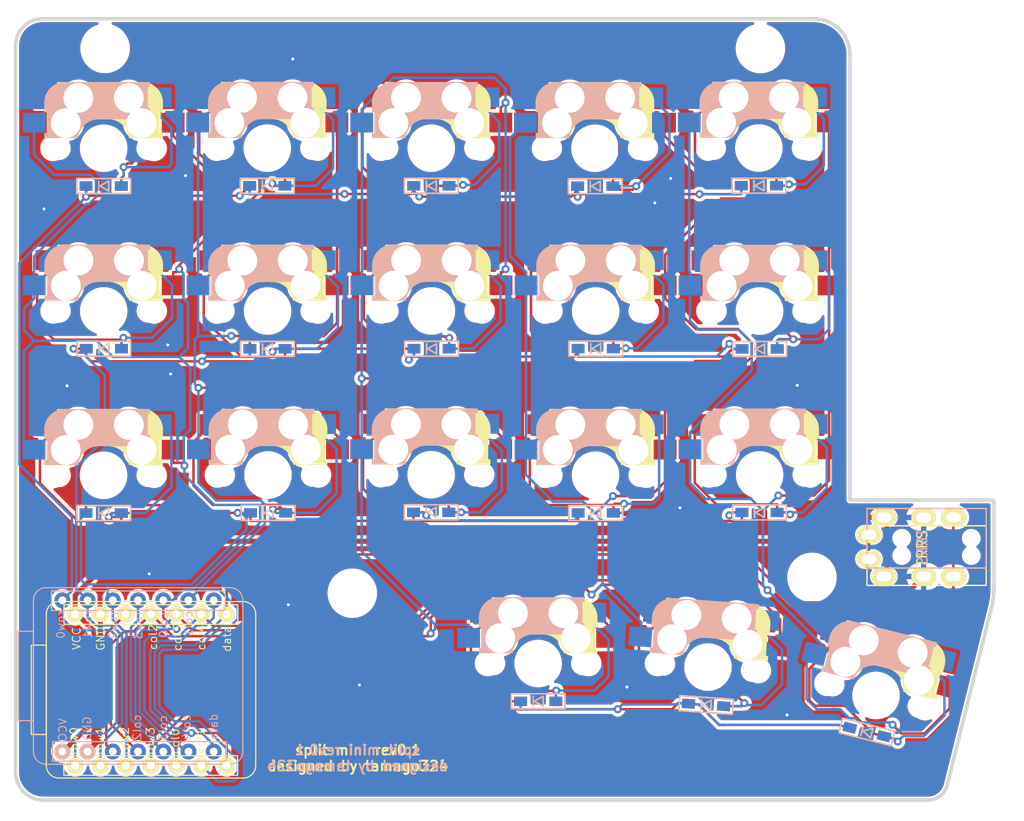
<source format=kicad_pcb>
(kicad_pcb (version 20211014) (generator pcbnew)
  (layers (0 "F.Cu" signal) (31 "B.Cu" signal) (34 "B.Paste" user) (35 "F.Paste" user) (36 "B.SilkS" user "B.Silkscreen") (37 "F.SilkS" user "F.Silkscreen") (38 "B.Mask" user) (39 "F.Mask" user) (44 "Edge.Cuts" user))
  (net 0 "")
  (net 1 "row0")
  (net 2 "Net-(D1-Pad2)")
  (net 3 "Net-(D2-Pad2)")
  (net 4 "Net-(D3-Pad2)")
  (net 5 "Net-(D4-Pad2)")
  (net 6 "Net-(D5-Pad2)")
  (net 7 "Net-(D6-Pad2)")
  (net 8 "Net-(D7-Pad2)")
  (net 9 "Net-(D8-Pad2)")
  (net 10 "Net-(D9-Pad2)")
  (net 11 "Net-(D10-Pad2)")
  (net 12 "row1")
  (net 13 "Net-(D11-Pad2)")
  (net 14 "Net-(D12-Pad2)")
  (net 15 "Net-(D13-Pad2)")
  (net 16 "Net-(D14-Pad2)")
  (net 17 "Net-(D15-Pad2)")
  (net 18 "Net-(D16-Pad2)")
  (net 19 "Net-(D17-Pad2)")
  (net 20 "Net-(D18-Pad2)")
  (net 21 "row2")
  (net 22 "row3")
  (net 23 "unconnected-(J1-PadA)")
  (net 24 "data")
  (net 25 "GND")
  (net 26 "VCC")
  (net 27 "col0")
  (net 28 "col1")
  (net 29 "col2")
  (net 30 "col3")
  (net 31 "col4")
  (net 32 "unconnected-(U1-Pad7)")
  (net 33 "unconnected-(U1-Pad12)")
  (footprint "split-mini:D3_SMD" (layer "F.Cu") (at 39.92 50.18)
    (fp_text reference "D7" hide)
    (fp_text value "D" hide)
  )
  (footprint "split-mini:CherryMX_MidHeight_Hotswap_mod" (layer "F.Cu") (at 23.43 46.36)
    (fp_text reference "SW6" hide)
    (fp_text value "SW_PUSH" hide)
  )
  (footprint "split-mini:CherryMX_MidHeight_Hotswap_mod" (layer "F.Cu") (at 23.42 62.92)
    (fp_text reference "SW11" hide)
    (fp_text value "SW_PUSH" hide)
  )
  (footprint "split-mini:D3_SMD" (layer "F.Cu") (at 23.45 50.17)
    (fp_text reference "D6" hide)
    (fp_text value "D" hide)
  )
  (footprint "split-mini:M2_HOLE_v2_4.3mm" (layer "F.Cu") (at 48.46 74.8)
    (fp_text reference "Ref3" hide)
    (fp_text value "Val3" hide)
  )
  (footprint "split-mini:M2_HOLE_v2_4.3mm" (layer "F.Cu") (at 23.57 19.92)
    (fp_text reference "Ref1" hide)
    (fp_text value "Val1" hide)
  )
  (footprint "split-mini:CherryMX_MidHeight_Hotswap_mod" (layer "F.Cu") (at 72.96 46.37)
    (fp_text reference "SW9" hide)
    (fp_text value "SW_PUSH" hide)
  )
  (footprint "split-mini:CherryMX_MidHeight_Hotswap_mod" (layer "F.Cu") (at 56.41 29.97)
    (fp_text reference "SW3" hide)
    (fp_text value "SW_PUSH" hide)
  )
  (footprint "split-mini:D3_SMD" (layer "F.Cu") (at 72.97 50.16)
    (fp_text reference "D9" hide)
    (fp_text value "D" hide)
  )
  (footprint "split-mini:M2_HOLE_v2_4.3mm" (layer "F.Cu") (at 94.74 73.21)
    (fp_text reference "Ref4" hide)
    (fp_text value "Val4" hide)
  )
  (footprint "split-mini:M2_HOLE_v2_4.3mm" (layer "F.Cu") (at 89.55 19.93)
    (fp_text reference "Ref2" hide)
    (fp_text value "Val2" hide)
  )
  (footprint "split-mini:D3_SMD" (layer "F.Cu") (at 67.18 85.69)
    (fp_text reference "D16" hide)
    (fp_text value "D" hide)
  )
  (footprint "split-mini:D3_SMD" (layer "F.Cu") (at 23.43 66.73)
    (fp_text reference "D11" hide)
    (fp_text value "D" hide)
  )
  (footprint "split-mini:D3_SMD" (layer "F.Cu") (at 72.97 66.72)
    (fp_text reference "D14" hide)
    (fp_text value "D" hide)
  )
  (footprint "split-mini:D3_SMD" (layer "F.Cu") (at 84.08 86.06 -4)
    (fp_text reference "D17" hide)
    (fp_text value "D" hide)
  )
  (footprint "split-mini:CherryMX_MidHeight_Hotswap_mod" (layer "F.Cu") (at 89.39 29.95)
    (fp_text reference "SW5" hide)
    (fp_text value "SW_PUSH" hide)
  )
  (footprint "split-mini:CherryMX_MidHeight_Hotswap_mod" (layer "F.Cu") (at 89.47 62.88)
    (fp_text reference "SW15" hide)
    (fp_text value "SW_PUSH" hide)
  )
  (footprint "split-mini:D3_SMD" (layer "F.Cu") (at 56.4 66.65)
    (fp_text reference "D13" hide)
    (fp_text value "D" hide)
  )
  (footprint "split-mini:CherryMX_MidHeight_Hotswap_mod" (layer "F.Cu") (at 39.93 46.37)
    (fp_text reference "SW7" hide)
    (fp_text value "SW_PUSH" hide)
  )
  (footprint "split-mini:D3_SMD" (layer "F.Cu") (at 23.43 33.78)
    (fp_text reference "D1" hide)
    (fp_text value "D" hide)
  )
  (footprint "split-mini:CherryMX_MidHeight_Hotswap_mod" (layer "F.Cu") (at 67.17 81.88)
    (fp_text reference "SW16" hide)
    (fp_text value "SW_PUSH" hide)
  )
  (footprint "split-mini:D3_SMD" (layer "F.Cu") (at 100.27 88.78 -14)
    (fp_text reference "D18" hide)
    (fp_text value "D" hide)
  )
  (footprint "split-mini:D3_SMD" (layer "F.Cu") (at 72.92 33.8)
    (fp_text reference "D4" hide)
    (fp_text value "D" hide)
  )
  (footprint "split-mini:D3_SMD" (layer "F.Cu") (at 89.47 50.19)
    (fp_text reference "D10" hide)
    (fp_text value "D" hide)
  )
  (footprint "split-mini:CherryMX_MidHeight_Hotswap_mod" (layer "F.Cu") (at 101.19 85.1 -14)
    (fp_text reference "SW18" hide)
    (fp_text value "SW_PUSH" hide)
  )
  (footprint "split-mini:MJ-4PP-9" (layer "F.Cu") (at 112.28 71.015 -90)
    (fp_text reference "J1")
    (fp_text value "MJ-4PP-9" hide)
  )
  (footprint "split-mini:D3_SMD" (layer "F.Cu") (at 56.42 33.76)
    (fp_text reference "D3" hide)
    (fp_text value "D" hide)
  )
  (footprint "split-mini:CherryMX_MidHeight_Hotswap_mod" (layer "F.Cu") (at 56.43 46.36)
    (fp_text reference "SW8" hide)
    (fp_text value "SW_PUSH" hide)
  )
  (footprint "split-mini:CherryMX_MidHeight_Hotswap_mod" (layer "F.Cu") (at 84.27 82.24 -4)
    (fp_text reference "SW17" hide)
    (fp_text value "SW_PUSH" hide)
  )
  (footprint "split-mini:XIAO-RP2040_mod" (layer "F.Cu") (at 38.7375 93.4237 90)
    (fp_text reference "U1" hide)
    (fp_text value "Seeed Studio XIAO SAMD21")
  )
  (footprint "split-mini:CherryMX_MidHeight_Hotswap_mod" (layer "F.Cu") (at 89.46 46.38)
    (fp_text reference "SW10" hide)
    (fp_text value "SW_PUSH" hide)
  )
  (footprint "split-mini:D3_SMD" (layer "F.Cu") (at 89.46 66.67)
    (fp_text reference "D15" hide)
    (fp_text value "D" hide)
  )
  (footprint "split-mini:CherryMX_MidHeight_Hotswap_mod" (layer "F.Cu") (at 39.9 29.96)
    (fp_text reference "SW2" hide)
    (fp_text value "SW_PUSH" hide)
  )
  (footprint "split-mini:CherryMX_MidHeight_Hotswap_mod" (layer "F.Cu") (at 56.4 62.86)
    (fp_text reference "SW13" hide)
    (fp_text value "SW_PUSH" hide)
  )
  (footprint "split-mini:CherryMX_MidHeight_Hotswap_mod" (layer "F.Cu") (at 39.97 62.89)
    (fp_text reference "SW12" hide)
    (fp_text value "SW_PUSH" hide)
  )
  (footprint "split-mini:CherryMX_MidHeight_Hotswap_mod" (layer "F.Cu") (at 72.95 62.91)
    (fp_text reference "SW14" hide)
    (fp_text value "SW_PUSH" hide)
  )
  (footprint "split-mini:CherryMX_MidHeight_Hotswap_mod" (layer "F.Cu") (at 23.42 29.98)
    (fp_text reference "SW1" hide)
    (fp_text value "SW_PUSH" hide)
  )
  (footprint "split-mini:D3_SMD" (layer "F.Cu") (at 89.4 33.75)
    (fp_text reference "D5" hide)
    (fp_text value "D" hide)
  )
  (footprint "split-mini:D3_SMD" (layer "F.Cu") (at 56.44 50.17)
    (fp_text reference "D8" hide)
    (fp_text value "D" hide)
  )
  (footprint "split-mini:CherryMX_MidHeight_Hotswap_mod" (layer "F.Cu") (at 72.89 29.98)
    (fp_text reference "SW4" hide)
    (fp_text value "SW_PUSH" hide)
  )
  (footprint "split-mini:D3_SMD" (layer "F.Cu") (at 39.9 33.76)
    (fp_text reference "D2" hide)
    (fp_text value "D" hide)
  )
  (footprint "split-mini:D3_SMD" (layer "F.Cu") (at 39.98 66.71)
    (fp_text reference "D12" hide)
    (fp_text value "D" hide)
  )
  (gr_line (start 14.780401 18.578385) (end 14.732187 18.700673) (layer "Edge.Cuts") (width 0.349999))
  (gr_line (start 107.99181 94.873409) (end 108.087317 94.740105) (layer "Edge.Cuts") (width 0.349999))
  (gr_line (start 112.896823 65.424635) (end 112.885225 65.42134) (layer "Edge.Cuts") (width 0.349999))
  (gr_line (start 98.210503 18.990315) (end 98.13032 18.833759) (layer "Edge.Cuts") (width 0.349999))
  (gr_line (start 97.948452 18.534392) (end 97.847223 18.392038) (layer "Edge.Cuts") (width 0.349999))
  (gr_line (start 96.820421 17.459222) (end 96.668372 17.371794) (layer "Edge.Cuts") (width 0.349999))
  (gr_line (start 15.268316 17.815929) (end 15.183682 17.913642) (layer "Edge.Cuts") (width 0.349999))
  (gr_line (start 112.83672 65.413958) (end 112.824143 65.413638) (layer "Edge.Cuts") (width 0.349999))
  (gr_line (start 16.213406 17.145251) (end 16.094126 17.199185) (layer "Edge.Cuts") (width 0.349999))
  (gr_line (start 15.485415 94.91984) (end 15.589743 95.009711) (layer "Edge.Cuts") (width 0.349999))
  (gr_line (start 15.809899 95.172677) (end 15.92527 95.245584) (layer "Edge.Cuts") (width 0.349999))
  (gr_line (start 15.589743 95.009711) (end 15.697981 95.094021) (layer "Edge.Cuts") (width 0.349999))
  (gr_line (start 15.450994 17.633234) (end 15.357477 17.722403) (layer "Edge.Cuts") (width 0.349999))
  (gr_line (start 107.375451 95.396875) (end 107.514993 95.313006) (layer "Edge.Cuts") (width 0.349999))
  (gr_line (start 112.960793 65.455393) (end 112.950877 65.449035) (layer "Edge.Cuts") (width 0.349999))
  (gr_line (start 112.930104 65.437751) (end 112.919278 65.432856) (layer "Edge.Cuts") (width 0.349999))
  (gr_line (start 95.669432 17.007325) (end 95.49063 16.975392) (layer "Edge.Cuts") (width 0.349999))
  (gr_line (start 108.210073 94.524731) (end 108.245187 94.44909) (layer "Edge.Cuts") (width 0.349999))
  (gr_line (start 112.849133 65.414903) (end 112.83672 65.413958) (layer "Edge.Cuts") (width 0.349999))
  (gr_line (start 97.11009 17.654897) (end 96.967737 17.553666) (layer "Edge.Cuts") (width 0.349999))
  (gr_line (start 106.756106 95.612478) (end 106.837995 95.596706) (layer "Edge.Cuts") (width 0.349999))
  (gr_line (start 94.937684 16.93355) (end 17.261574 16.93355) (layer "Edge.Cuts") (width 0.349999))
  (gr_line (start 96.511816 17.29161) (end 96.350983 17.218897) (layer "Edge.Cuts") (width 0.349999))
  (gr_line (start 107.647071 95.2182) (end 107.771015 95.112981) (layer "Edge.Cuts") (width 0.349999))
  (gr_line (start 113.068543 74.296435) (end 113.068543 74.296435) (layer "Edge.Cuts") (width 0.349999))
  (gr_line (start 107.771015 95.112981) (end 107.886153 94.997876) (layer "Edge.Cuts") (width 0.349999))
  (gr_line (start 16.545903 95.520564) (end 16.677186 95.556986) (layer "Edge.Cuts") (width 0.349999))
  (gr_line (start 15.037015 94.399857) (end 15.11568 94.511769) (layer "Edge.Cuts") (width 0.349999))
  (gr_line (start 112.844742 76.119097) (end 112.844742 76.119097) (layer "Edge.Cuts") (width 0.349999))
  (gr_line (start 98.042894 18.681709) (end 97.948452 18.534392) (layer "Edge.Cuts") (width 0.349999))
  (gr_line (start 112.885225 65.42134) (end 112.873401 65.41861) (layer "Edge.Cuts") (width 0.349999))
  (gr_line (start 15.357477 17.722403) (end 15.268316 17.815929) (layer "Edge.Cuts") (width 0.349999))
  (gr_line (start 113.012737 65.502594) (end 113.005055 65.493726) (layer "Edge.Cuts") (width 0.349999))
  (gr_line (start 98.405308 19.484738) (end 98.348225 19.316033) (layer "Edge.Cuts") (width 0.349999))
  (gr_line (start 106.589336 95.633784) (end 106.673192 95.624859) (layer "Edge.Cuts") (width 0.349999))
  (gr_line (start 14.9641 94.284491) (end 15.037015 94.399857) (layer "Edge.Cuts") (width 0.349999))
  (gr_line (start 113.012384 75.214608) (end 113.036924 74.985949) (layer "Edge.Cuts") (width 0.349999))
  (gr_line (start 95.30892 16.9523) (end 95.124528 16.938277) (layer "Edge.Cuts") (width 0.349999))
  (gr_line (start 17.356812 95.641024) (end 17.356812 95.641024) (layer "Edge.Cuts") (width 0.349999))
  (gr_line (start 14.897028 94.165902) (end 14.9641 94.284491) (layer "Edge.Cuts") (width 0.349999))
  (gr_line (start 15.2 94.62) (end 15.289879 94.724321) (layer "Edge.Cuts") (width 0.349999))
  (gr_line (start 112.861365 65.416459) (end 112.849133 65.414903) (layer "Edge.Cuts") (width 0.349999))
  (gr_line (start 113.068543 74.296435) (end 113.068543 65.658038) (layer "Edge.Cuts") (width 0.349999))
  (gr_line (start 14.835895 94.044317) (end 14.897028 94.165902) (layer "Edge.Cuts") (width 0.349999))
  (gr_line (start 14.568551 92.852954) (end 14.571977 92.991216) (layer "Edge.Cuts") (width 0.349999))
  (gr_line (start 108.331943 94.211539) (end 108.354386 94.129031) (layer "Edge.Cuts") (width 0.349999))
  (gr_line (start 113.053714 65.574017) (end 113.049338 65.56292) (layer "Edge.Cuts") (width 0.349999))
  (gr_line (start 15.650424 17.468643) (end 15.5487 17.548591) (layer "Edge.Cuts") (width 0.349999))
  (gr_line (start 14.568795 19.626572) (end 14.568795 19.626572) (layer "Edge.Cuts") (width 0.349999))
  (gr_line (start 113.005055 65.493726) (end 112.996963 65.485238) (layer "Edge.Cuts") (width 0.349999))
  (gr_line (start 16.718874 16.988305) (end 16.588593 17.018384) (layer "Edge.Cuts") (width 0.349999))
  (gr_line (start 97.247252 17.762686) (end 97.11009 17.654897) (layer "Edge.Cuts") (width 0.349999))
  (gr_line (start 14.731824 93.793074) (end 14.780796 93.919965) (layer "Edge.Cuts") (width 0.349999))
  (gr_line (start 16.851481 16.964613) (end 16.718874 16.988305) (layer "Edge.Cuts") (width 0.349999))
  (gr_line (start 15.865252 17.323509) (end 15.755998 17.393559) (layer "Edge.Cuts") (width 0.349999))
  (gr_line (start 113.036924 74.985949) (end 113.054477 74.756594) (layer "Edge.Cuts") (width 0.349999))
  (gr_line (start 15.11568 94.511769) (end 15.2 94.62) (layer "Edge.Cuts") (width 0.349999))
  (gr_line (start 17.356812 95.641024) (end 106.419137 95.641001) (layer "Edge.Cuts") (width 0.349999))
  (gr_line (start 16.043864 95.312647) (end 16.165452 95.373771) (layer "Edge.Cuts") (width 0.349999))
  (gr_line (start 112.897036 75.894817) (end 112.94242 75.669202) (layer "Edge.Cuts") (width 0.349999))
  (gr_line (start 16.810321 95.586997) (end 16.94508 95.6105) (layer "Edge.Cuts") (width 0.349999))
  (gr_line (start 14.732187 18.700673) (end 14.689853 18.825796) (layer "Edge.Cuts") (width 0.349999))
  (gr_line (start 106.504623 95.639186) (end 106.589336 95.633784) (layer "Edge.Cuts") (width 0.349999))
  (gr_line (start 106.673192 95.624859) (end 106.756106 95.612478) (layer "Edge.Cuts") (width 0.349999))
  (gr_line (start 107.886153 94.997876) (end 107.99181 94.873409) (layer "Edge.Cuts") (width 0.349999))
  (gr_line (start 94.937684 16.93355) (end 94.937684 16.93355) (layer "Edge.Cuts") (width 0.349999))
  (gr_line (start 14.571977 92.991216) (end 14.582194 93.128539) (layer "Edge.Cuts") (width 0.349999))
  (gr_line (start 113.067281 65.633054) (end 113.065727 65.620825) (layer "Edge.Cuts") (width 0.349999))
  (gr_line (start 98.568543 65.413607) (end 98.568543 65.413607) (layer "Edge.Cuts") (width 0.349999))
  (gr_line (start 108.245187 94.44909) (end 108.27726 94.371634) (layer "Edge.Cuts") (width 0.349999))
  (gr_line (start 113.057556 65.585372) (end 113.053714 65.574017) (layer "Edge.Cuts") (width 0.349999))
  (gr_line (start 113.065727 65.620825) (end 113.063578 65.608791) (layer "Edge.Cuts") (width 0.349999))
  (gr_line (start 17.261574 16.93355) (end 17.123 16.937066) (layer "Edge.Cuts") (width 0.349999))
  (gr_line (start 15.697981 95.094021) (end 15.809899 95.172677) (layer "Edge.Cuts") (width 0.349999))
  (gr_line (start 113.019992 65.511826) (end 113.012737 65.502594) (layer "Edge.Cuts") (width 0.349999))
  (gr_line (start 112.226159 78.600116) (end 112.844742 76.119097) (layer "Edge.Cuts") (width 0.349999))
  (gr_line (start 97.378996 17.876807) (end 97.247252 17.762686) (layer "Edge.Cuts") (width 0.349999))
  (gr_line (start 14.834325 18.459099) (end 14.780401 18.578385) (layer "Edge.Cuts") (width 0.349999))
  (gr_line (start 113.068543 65.658038) (end 113.068543 65.658038) (layer "Edge.Cuts") (width 0.349999))
  (gr_line (start 98.13032 18.833759) (end 98.042894 18.681709) (layer "Edge.Cuts") (width 0.349999))
  (gr_line (start 16.289808 95.428861) (end 16.416701 95.477824) (layer "Edge.Cuts") (width 0.349999))
  (gr_line (start 14.780796 93.919965) (end 14.835895 94.044317) (layer "Edge.Cuts") (width 0.349999))
  (gr_line (start 15.385224 94.824504) (end 15.385224 94.824504) (layer "Edge.Cuts") (width 0.349999))
  (gr_line (start 106.419137 95.641001) (end 106.419137 95.641001) (layer "Edge.Cuts") (width 0.349999))
  (gr_line (start 107.076671 95.529702) (end 107.22912 95.469282) (layer "Edge.Cuts") (width 0.349999))
  (gr_line (start 97.625315 18.12313) (end 97.505093 17.997031) (layer "Edge.Cuts") (width 0.349999))
  (gr_line (start 113.033162 65.531324) (end 113.026806 65.521408) (layer "Edge.Cuts") (width 0.349999))
  (gr_line (start 15.103743 18.015374) (end 15.028669 18.120954) (layer "Edge.Cuts") (width 0.349999))
  (gr_line (start 96.668372 17.371794) (end 96.511816 17.29161) (layer "Edge.Cuts") (width 0.349999))
  (gr_line (start 112.94242 75.669202) (end 112.980876 75.442413) (layer "Edge.Cuts") (width 0.349999))
  (gr_line (start 97.505093 17.997031) (end 97.378996 17.876807) (layer "Edge.Cuts") (width 0.349999))
  (gr_line (start 98.563819 20.377603) (end 98.549797 20.193212) (layer "Edge.Cuts") (width 0.349999))
  (gr_line (start 113.039047 65.541558) (end 113.033162 65.531324) (layer "Edge.Cuts") (width 0.349999))
  (gr_line (start 14.689074 93.663873) (end 14.731824 93.793074) (layer "Edge.Cuts") (width 0.349999))
  (gr_line (start 15.978018 17.258661) (end 15.865252 17.323509) (layer "Edge.Cuts") (width 0.349999))
  (gr_line (start 14.568551 92.852954) (end 14.568551 92.852954) (layer "Edge.Cuts") (width 0.349999))
  (gr_line (start 95.845096 17.04787) (end 95.669432 17.007325) (layer "Edge.Cuts") (width 0.349999))
  (gr_line (start 112.844742 76.119097) (end 112.897036 75.894817) (layer "Edge.Cuts") (width 0.349999))
  (gr_line (start 14.568795 19.626572) (end 14.568551 92.852954) (layer "Edge.Cuts") (width 0.349999))
  (gr_line (start 17.123 16.937066) (end 16.986246 16.947477) (layer "Edge.Cuts") (width 0.349999))
  (gr_line (start 108.306207 94.292428) (end 108.331943 94.211539) (layer "Edge.Cuts") (width 0.349999))
  (gr_line (start 112.988475 65.477145) (end 112.979608 65.469463) (layer "Edge.Cuts") (width 0.349999))
  (gr_line (start 14.652642 93.53259) (end 14.689074 93.663873) (layer "Edge.Cuts") (width 0.349999))
  (gr_line (start 14.689853 18.825796) (end 14.653568 18.953583) (layer "Edge.Cuts") (width 0.349999))
  (gr_line (start 113.060849 65.596968) (end 113.057556 65.585372) (layer "Edge.Cuts") (width 0.349999))
  (gr_line (start 108.087317 94.740105) (end 108.172 94.598491) (layer "Edge.Cuts") (width 0.349999))
  (gr_line (start 112.873401 65.41861) (end 112.861365 65.416459) (layer "Edge.Cuts") (width 0.349999))
  (gr_line (start 16.094126 17.199185) (end 15.978018 17.258661) (layer "Edge.Cuts") (width 0.349999))
  (gr_line (start 113.068225 65.645463) (end 113.067281 65.633054) (layer "Edge.Cuts") (width 0.349999))
  (gr_line (start 96.017394 17.096799) (end 95.845096 17.04787) (layer "Edge.Cuts") (width 0.349999))
  (gr_line (start 96.967737 17.553666) (end 96.820421 17.459222) (layer "Edge.Cuts") (width 0.349999))
  (gr_line (start 15.028669 18.120954) (end 14.958628 18.230215) (layer "Edge.Cuts") (width 0.349999))
  (gr_line (start 17.081233 95.627403) (end 17.218554 95.637609) (layer "Edge.Cuts") (width 0.349999))
  (gr_line (start 14.582697 19.351243) (end 14.572298 19.487998) (layer "Edge.Cuts") (width 0.349999))
  (gr_line (start 95.49063 16.975392) (end 95.30892 16.9523) (layer "Edge.Cuts") (width 0.349999))
  (gr_line (start 14.599821 19.216476) (end 14.582697 19.351243) (layer "Edge.Cuts") (width 0.349999))
  (gr_line (start 112.940642 65.443149) (end 112.930104 65.437751) (layer "Edge.Cuts") (width 0.349999))
  (gr_line (start 112.824143 65.413638) (end 112.824143 65.413638) (layer "Edge.Cuts") (width 0.349999))
  (gr_line (start 106.419137 95.641001) (end 106.504623 95.639186) (layer "Edge.Cuts") (width 0.349999))
  (gr_line (start 98.348225 19.316033) (end 98.283214 19.151149) (layer "Edge.Cuts") (width 0.349999))
  (gr_line (start 112.979608 65.469463) (end 112.970375 65.462207) (layer "Edge.Cuts") (width 0.349999))
  (gr_line (start 16.416701 95.477824) (end 16.545903 95.520564) (layer "Edge.Cuts") (width 0.349999))
  (gr_line (start 107.22912 95.469282) (end 107.375451 95.396875) (layer "Edge.Cuts") (width 0.349999))
  (gr_line (start 98.494777 19.832701) (end 98.454235 19.657037) (layer "Edge.Cuts") (width 0.349999))
  (gr_line (start 112.980876 75.442413) (end 113.012384 75.214608) (layer "Edge.Cuts") (width 0.349999))
  (gr_line (start 113.068543 65.658038) (end 113.068225 65.645463) (layer "Edge.Cuts") (width 0.349999))
  (gr_line (start 108.27726 94.371634) (end 108.306207 94.292428) (layer "Edge.Cuts") (width 0.349999))
  (gr_line (start 14.623501 19.083866) (end 14.599821 19.216476) (layer "Edge.Cuts") (width 0.349999))
  (gr_line (start 107.514993 95.313006) (end 107.647071 95.2182) (layer "Edge.Cuts") (width 0.349999))
  (gr_line (start 14.622621 93.399455) (end 14.652642 93.53259) (layer "Edge.Cuts") (width 0.349999))
  (gr_line (start 112.996963 65.485238) (end 112.988475 65.477145) (layer "Edge.Cuts") (width 0.349999))
  (gr_line (start 113.026806 65.521408) (end 113.019992 65.511826) (layer "Edge.Cuts") (width 0.349999))
  (gr_line (start 15.5487 17.548591) (end 15.450994 17.633234) (layer "Edge.Cuts") (width 0.349999))
  (gr_line (start 112.950877 65.449035) (end 112.940642 65.443149) (layer "Edge.Cuts") (width 0.349999))
  (gr_line (start 113.065023 74.526703) (end 113.068543 74.296435) (layer "Edge.Cuts") (width 0.349999))
  (gr_line (start 15.183682 17.913642) (end 15.103743 18.015374) (layer "Edge.Cuts") (width 0.349999))
  (gr_line (start 14.893791 18.342986) (end 14.834325 18.459099) (layer "Edge.Cuts") (width 0.349999))
  (gr_line (start 16.33569 17.097026) (end 16.213406 17.145251) (layer "Edge.Cuts") (width 0.349999))
  (gr_line (start 15.289879 94.724321) (end 15.385224 94.824504) (layer "Edge.Cuts") (width 0.349999))
  (gr_line (start 112.970375 65.462207) (end 112.960793 65.455393) (layer "Edge.Cuts") (width 0.349999))
  (gr_line (start 106.837995 95.596706) (end 106.918775 95.577609) (layer "Edge.Cuts") (width 0.349999))
  (gr_line (start 97.739435 18.254875) (end 97.625315 18.12313) (layer "Edge.Cuts") (width 0.349999))
  (gr_line (start 113.063578 65.608791) (end 113.060849 65.596968) (layer "Edge.Cuts") (width 0.349999))
  (gr_line (start 98.454235 19.657037) (end 98.405308 19.484738) (layer "Edge.Cuts") (width 0.349999))
  (gr_line (start 98.549797 20.193212) (end 98.526708 20.011502) (layer "Edge.Cuts") (width 0.349999))
  (gr_line (start 15.755998 17.393559) (end 15.650424 17.468643) (layer "Edge.Cuts") (width 0.349999))
  (gr_line (start 16.165452 95.373771) (end 16.289808 95.428861) (layer "Edge.Cuts") (width 0.349999))
  (gr_line (start 98.568543 20.564447) (end 98.568543 20.564447) (layer "Edge.Cuts") (width 0.349999))
  (gr_line (start 17.218554 95.637609) (end 17.356812 95.641024) (layer "Edge.Cuts") (width 0.349999))
  (gr_line (start 16.986246 16.947477) (end 16.851481 16.964613) (layer "Edge.Cuts") (width 0.349999))
  (gr_line (start 98.526708 20.011502) (end 98.494777 19.832701) (layer "Edge.Cuts") (width 0.349999))
  (gr_line (start 112.824143 65.413638) (end 98.568543 65.413607) (layer "Edge.Cuts") (width 0.349999))
  (gr_line (start 98.283214 19.151149) (end 98.210503 18.990315) (layer "Edge.Cuts") (width 0.349999))
  (gr_line (start 113.054477 74.756594) (end 113.065023 74.526703) (layer "Edge.Cuts") (width 0.349999))
  (gr_line (start 108.354386 94.129031) (end 108.354386 94.129031) (layer "Edge.Cuts") (width 0.349999))
  (gr_line (start 98.568543 20.564447) (end 98.563819 20.377603) (layer "Edge.Cuts") (width 0.349999))
  (gr_line (start 113.049338 65.56292) (end 113.044444 65.552095) (layer "Edge.Cuts") (width 0.349999))
  (gr_line (start 108.354386 94.129031) (end 112.226159 78.600116) (layer "Edge.Cuts") (width 0.349999))
  (gr_line (start 14.582194 93.128539) (end 14.599107 93.264695) (layer "Edge.Cuts") (width 0.349999))
  (gr_line (start 14.572298 19.487998) (end 14.568795 19.626572) (layer "Edge.Cuts") (width 0.349999))
  (gr_line (start 16.94508 95.6105) (end 17.081233 95.627403) (layer "Edge.Cuts") (width 0.349999))
  (gr_line (start 16.588593 17.018384) (end 16.460809 17.054681) (layer "Edge.Cuts") (width 0.349999))
  (gr_line (start 14.653568 18.953583) (end 14.623501 19.083866) (layer "Edge.Cuts") (width 0.349999))
  (gr_line (start 108.172 94.598491) (end 108.210073 94.524731) (layer "Edge.Cuts") (width 0.349999))
  (gr_line (start 96.350983 17.218897) (end 96.186099 17.153884) (layer "Edge.Cuts") (width 0.349999))
  (gr_line (start 96.186099 17.153884) (end 96.017394 17.096799) (layer "Edge.Cuts") (width 0.349999))
  (gr_line (start 95.124528 16.938277) (end 94.937684 16.93355) (layer "Edge.Cuts") (width 0.349999))
  (gr_line (start 16.677186 95.556986) (end 16.810321 95.586997) (layer "Edge.Cuts") (width 0.349999))
  (gr_line (start 15.92527 95.245584) (end 16.043864 95.312647) (layer "Edge.Cuts") (width 0.349999))
  (gr_line (start 106.918775 95.577609) (end 107.076671 95.529702) (layer "Edge.Cuts") (width 0.349999))
  (gr_line (start 97.847223 18.392038) (end 97.739435 18.254875) (layer "Edge.Cuts") (width 0.349999))
  (gr_line (start 98.568543 65.413607) (end 98.568543 20.564447) (layer "Edge.Cuts") (width 0.349999))
  (gr_line (start 14.958628 18.230215) (end 14.893791 18.342986) (layer "Edge.Cuts") (width 0.349999))
  (gr_line (start 113.044444 65.552095) (end 113.039047 65.541558) (layer "Edge.Cuts") (width 0.349999))
  (gr_line (start 14.599107 93.264695) (end 14.622621 93.399455) (layer "Edge.Cuts") (width 0.349999))
  (gr_line (start 112.908179 65.428479) (end 112.896823 65.424635) (layer "Edge.Cuts") (width 0.349999))
  (gr_line (start 15.385224 94.824504) (end 15.485415 94.91984) (layer "Edge.Cuts") (width 0.349999))
  (gr_line (start 16.460809 17.054681) (end 16.33569 17.097026) (layer "Edge.Cuts") (width 0.349999))
  (gr_line (start 112.919278 65.432856) (end 112.908179 65.428479) (layer "Edge.Cuts") (width 0.349999))
  (gr_line (start 112.226159 78.600116) (end 112.226159 78.600116) (layer "Edge.Cuts") (width 0.349999))
  (gr_text "split mini rev0.1\ndesigned by tamago324" (at 49 91.4) (layer "B.SilkS") (effects (font (size 1 1) (thickness 0.2)) (justify mirror)))
  (gr_text "split mini rev0.1\ndesigned by tamago324" (at 49.02 91.41) (layer "F.SilkS") (effects (font (size 1 1) (thickness 0.2))))
  (segment (start 70.4988 34.8463) (end 55.1961 34.8463) (width 0.25) (layer "F.Cu") (net 1))
  (segment (start 83.4182 34.6003) (end 71.3451 34.6003) (width 0.25) (layer "F.Cu") (net 1))
  (segment (start 71.3451 34.6784) (end 71.145 34.8785) (width 0.25) (layer "F.Cu") (net 1))
  (segment (start 71.145 34.2001) (end 70.4988 34.8463) (width 0.25) (layer "F.Cu") (net 1))
  (segment (start 54.645 33.76) (end 54.645 34.2952) (width 0.25) (layer "F.Cu") (net 1))
  (segment (start 54.3529 34.5873) (end 47.6802 34.5873) (width 0.25) (layer "F.Cu") (net 1))
  (segment (start 21.6849 34.21) (end 21.6849 34.7568) (width 0.25) (layer "F.Cu") (net 1))
  (segment (start 21.6849 34.7568) (end 37.1282 34.7568) (width 0.25) (layer "F.Cu") (net 1))
  (segment (start 54.645 34.2952) (end 54.3529 34.5873) (width 0.25) (layer "F.Cu") (net 1))
  (segment (start 87.625 34.5503) (end 87.575 34.6003) (width 0.25) (layer "F.Cu") (net 1))
  (segment (start 38.125 33.76) (end 38.125 34.1601) (width 0.25) (layer "F.Cu") (net 1))
  (segment (start 21.6849 34.8307) (end 21.655 34.8606) (width 0.25) (layer "F.Cu") (net 1))
  (segment (start 71.145 34.2001) (end 71.145 34.4002) (width 0.25) (layer "F.Cu") (net 1))
  (segment (start 87.575 34.6003) (end 83.4182 34.6003) (width 0.25) (layer "F.Cu") (net 1))
  (segment (start 21.655 33.78) (end 21.655 34.1801) (width 0.25) (layer "F.Cu") (net 1))
  (segment (start 71.3451 34.6003) (end 71.145 34.4002) (width 0.25) (layer "F.Cu") (net 1))
  (segment (start 54.645 34.2952) (end 55.1961 34.8463) (width 0.25) (layer "F.Cu") (net 1))
  (segment (start 71.145 33.8) (end 71.145 34.2001) (width 0.25) (layer "F.Cu") (net 1))
  (segment (start 87.625 33.75) (end 87.625 34.5503) (width 0.25) (layer "F.Cu") (net 1))
  (segment (start 37.7249 34.1601) (end 37.1282 34.7568) (width 0.25) (layer "F.Cu") (net 1))
  (segment (start 38.125 34.1601) (end 37.7249 34.1601) (width 0.25) (layer "F.Cu") (net 1))
  (segment (start 21.6849 34.7568) (end 21.6849 34.8307) (width 0.25) (layer "F.Cu") (net 1))
  (segment (start 21.655 34.1801) (end 21.6849 34.21) (width 0.25) (layer "F.Cu") (net 1))
  (segment (start 71.3451 34.6003) (end 71.3451 34.6784) (width 0.25) (layer "F.Cu") (net 1))
  (via (at 55.1961 34.8463) (size 0.8) (drill 0.4) (layers "F.Cu" "B.Cu") (net 1))
  (via (at 37.1282 34.7568) (size 0.8) (drill 0.4) (layers "F.Cu" "B.Cu") (net 1))
  (via (at 71.145 34.8785) (size 0.8) (drill 0.4) (layers "F.Cu" "B.Cu") (net 1))
  (via (at 47.6802 34.5873) (size 0.8) (drill 0.4) (layers "F.Cu" "B.Cu") (net 1))
  (via (at 21.655 34.8606) (size 0.8) (drill 0.4) (layers "F.Cu" "B.Cu") (net 1))
  (via (at 83.4182 34.6003) (size 0.8) (drill 0.4) (layers "F.Cu" "B.Cu") (net 1))
  (segment (start 21.655 34.8606) (end 14.9446 41.571) (width 0.25) (layer "B.Cu") (net 1))
  (segment (start 24.107208 78.52) (end 24.82 79.232792) (width 0.25) (layer "B.Cu") (net 1))
  (segment (start 14.9446 61.8246) (end 20.2296 67.1096) (width 0.25) (layer "B.Cu") (net 1))
  (segment (start 24.82 79.232792) (end 24.82 87.726604) (width 0.25) (layer "B.Cu") (net 1))
  (segment (start 87.625 33.75) (end 87.625 34.5503) (width 0.25) (layer "B.Cu") (net 1))
  (segment (start 20.44 78.52) (end 24.107208 78.52) (width 0.25) (layer "B.Cu") (net 1))
  (segment (start 54.9101 34.5603) (end 55.1961 34.8463) (width 0.25) (layer "B.Cu") (net 1))
  (segment (start 87.575 34.6003) (end 83.4182 34.6003) (width 0.25) (layer "B.Cu") (net 1))
  (segment (start 24.82 87.726604) (end 23.636604 88.91) (width 0.25) (layer "B.Cu") (net 1))
  (segment (start 23.636604 88.91) (end 21.01 88.91) (width 0.25) (layer "B.Cu") (net 1))
  (segment (start 87.625 34.5503) (end 87.575 34.6003) (width 0.25) (layer "B.Cu") (net 1))
  (segment (start 38.125 33.76) (end 38.125 34.5603) (width 0.25) (layer "B.Cu") (net 1))
  (segment (start 54.645 34.5603) (end 54.9101 34.5603) (width 0.25) (layer "B.Cu") (net 1))
  (segment (start 14.9446 41.571) (end 14.9446 61.8246) (width 0.25) (layer "B.Cu") (net 1))
  (segment (start 20.2296 74.5566) (end 19.2675 75.5187) (width 0.25) (layer "B.Cu") (net 1))
  (segment (start 21.655 33.78) (end 21.655 34.8606) (width 0.25) (layer "B.Cu") (net 1))
  (segment (start 37.3247 34.5603) (end 38.125 34.5603) (width 0.25) (layer "B.Cu") (net 1))
  (segment (start 71.145 34.6003) (end 71.145 34.8785) (width 0.25) (layer "B.Cu") (net 1))
  (segment (start 47.6802 34.5873) (end 38.152 34.5873) (width 0.25) (layer "B.Cu") (net 1))
  (segment (start 20.5665 89.3535) (end 20.5665 92.1512) (width 0.25) (layer "B.Cu") (net 1))
  (segment (start 54.645 33.76) (end 54.645 34.5603) (width 0.25) (layer "B.Cu") (net 1))
  (segment (start 19.2675 75.5187) (end 19.2675 77.3475) (width 0.25) (layer "B.Cu") (net 1))
  (segment (start 37.1282 34.7568) (end 37.3247 34.5603) (width 0.25) (layer "B.Cu") (net 1))
  (segment (start 21.01 88.91) (end 20.5665 89.3535) (width 0.25) (layer "B.Cu") (net 1))
  (segment (start 20.2296 67.1096) (end 20.2296 74.5566) (width 0.25) (layer "B.Cu") (net 1))
  (segment (start 38.152 34.5873) (end 38.125 34.5603) (width 0.25) (layer "B.Cu") (net 1))
  (segment (start 19.2675 77.3475) (end 20.44 78.52) (width 0.25) (layer "B.Cu") (net 1))
  (segment (start 71.145 33.8) (end 71.145 34.6003) (width 0.25) (layer "B.Cu") (net 1))
  (segment (start 18.6447 22.61) (end 22.32 22.61) (width 0.25) (layer "F.Cu") (net 2))
  (segment (start 25.205 33.78) (end 25.205 32.9797) (width 0.25) (layer "F.Cu") (net 2))
  (segment (start 17.72 24.86) (end 17.72 23.5347) (width 0.25) (layer "F.Cu") (net 2))
  (segment (start 25.4412 32.7435) (end 25.205 32.9797) (width 0.25) (layer "F.Cu") (net 2))
  (segment (start 17.72 23.5347) (end 18.6447 22.61) (width 0.25) (layer "F.Cu") (net 2))
  (segment (start 25.8092 31.504) (end 25.4412 31.872) (width 0.25) (layer "F.Cu") (net 2))
  (segment (start 26.256 31.504) (end 25.8092 31.504) (width 0.25) (layer "F.Cu") (net 2))
  (segment (start 26.36 29.356) (end 26.36 31.4) (width 0.25) (layer "F.Cu") (net 2))
  (segment (start 26.36 31.4) (end 26.256 31.504) (width 0.25) (layer "F.Cu") (net 2))
  (segment (start 23.34 26.336) (end 26.36 29.356) (width 0.25) (layer "F.Cu") (net 2))
  (segment (start 22.32 22.61) (end 23.34 23.63) (width 0.25) (layer "F.Cu") (net 2))
  (segment (start 23.34 23.63) (end 23.34 26.336) (width 0.25) (layer "F.Cu") (net 2))
  (segment (start 25.4412 31.872) (end 25.4412 32.7435) (width 0.25) (layer "F.Cu") (net 2))
  (via (at 25.4412 31.872) (size 0.8) (drill 0.4) (layers "F.Cu" "B.Cu") (net 2))
  (segment (start 29.12 26.78) (end 30.24 27.9) (width 0.25) (layer "B.Cu") (net 2))
  (segment (start 30.24 31.57) (end 29.938 31.872) (width 0.25) (layer "B.Cu") (net 2))
  (segment (start 25.4412 32.7435) (end 25.205 32.9797) (width 0.25) (layer "B.Cu") (net 2))
  (segment (start 25.4412 31.872) (end 25.4412 32.7435) (width 0.25) (layer "B.Cu") (net 2))
  (segment (start 25.205 33.78) (end 25.205 32.9797) (width 0.25) (layer "B.Cu") (net 2))
  (segment (start 29.938 31.872) (end 25.4412 31.872) (width 0.25) (layer "B.Cu") (net 2))
  (segment (start 30.24 27.9) (end 30.24 31.57) (width 0.25) (layer "B.Cu") (net 2))
  (segment (start 29.12 24.86) (end 29.12 26.78) (width 0.25) (layer "B.Cu") (net 2))
  (segment (start 33.05 30.53) (end 33.05 27.3153) (width 0.25) (layer "F.Cu") (net 3))
  (segment (start 35.0294 32.5094) (end 33.05 30.53) (width 0.25) (layer "F.Cu") (net 3))
  (segment (start 41.2247 32.5094) (end 35.0294 32.5094) (width 0.25) (layer "F.Cu") (net 3))
  (segment (start 41.675 33.76) (end 40.6997 33.76) (width 0.25) (layer "F.Cu") (net 3))
  (segment (start 40.4128 33.5384) (end 40.4781 33.5384) (width 0.25) (layer "F.Cu") (net 3))
  (segment (start 41.675 32.9597) (end 41.2247 32.5094) (width 0.25) (layer "F.Cu") (net 3))
  (segment (start 40.4781 33.5384) (end 40.6997 33.76) (width 0.25) (layer "F.Cu") (net 3))
  (segment (start 41.675 33.76) (end 41.675 32.9597) (width 0.25) (layer "F.Cu") (net 3))
  (segment (start 33.05 27.3153) (end 34.2 26.1653) (width 0.25) (layer "F.Cu") (net 3))
  (segment (start 34.2 26.1653) (end 34.2 24.84) (width 0.25) (layer "F.Cu") (net 3))
  (via (at 40.4128 33.5384) (size 0.8) (drill 0.4) (layers "F.Cu" "B.Cu") (net 3))
  (segment (start 40.6344 33.76) (end 40.4128 33.5384) (width 0.25) (layer "B.Cu") (net 3))
  (segment (start 45.6 26.1653) (end 46.53 27.0953) (width 0.25) (layer "B.Cu") (net 3))
  (segment (start 44.787634 33.76) (end 41.675 33.76) (width 0.25) (layer "B.Cu") (net 3))
  (segment (start 45.6 24.84) (end 45.6 26.1653) (width 0.25) (layer "B.Cu") (net 3))
  (segment (start 46.53 32.017634) (end 44.787634 33.76) (width 0.25) (layer "B.Cu") (net 3))
  (segment (start 46.53 27.0953) (end 46.53 32.017634) (width 0.25) (layer "B.Cu") (net 3))
  (segment (start 41.675 33.76) (end 40.6344 33.76) (width 0.25) (layer "B.Cu") (net 3))
  (segment (start 55.6177 32.82) (end 50.432332 32.82) (width 0.25) (layer "F.Cu") (net 4))
  (segment (start 56.5577 33.76) (end 55.6177 32.82) (width 0.25) (layer "F.Cu") (net 4))
  (segment (start 58.195 33.76) (end 59.1703 33.76) (width 0.25) (layer "F.Cu") (net 4))
  (segment (start 50.432332 32.82) (end 49.49 31.877668) (width 0.25) (layer "F.Cu") (net 4))
  (segment (start 59.1703 33.76) (end 59.2624 33.6679) (width 0.25) (layer "F.Cu") (net 4))
  (segment (start 49.49 31.877668) (end 49.49 26.07) (width 0.25) (layer "F.Cu") (net 4))
  (segment (start 49.49 26.07) (end 50.71 24.85) (width 0.25) (layer "F.Cu") (net 4))
  (segment (start 59.2624 33.6679) (end 59.6019 33.6679) (width 0.25) (layer "F.Cu") (net 4))
  (segment (start 58.195 33.76) (end 56.5577 33.76) (width 0.25) (layer "F.Cu") (net 4))
  (via (at 59.6019 33.6679) (size 0.8) (drill 0.4) (layers "F.Cu" "B.Cu") (net 4))
  (segment (start 59.6019 33.6679) (end 60.7721 33.6679) (width 0.25) (layer "B.Cu") (net 4))
  (segment (start 60.7721 33.6679) (end 63.25 31.19) (width 0.25) (layer "B.Cu") (net 4))
  (segment (start 58.195 33.76) (end 59.5098 33.76) (width 0.25) (layer "B.Cu") (net 4))
  (segment (start 63.25 27.3153) (end 62.11 26.1753) (width 0.25) (layer "B.Cu") (net 4))
  (segment (start 62.11 26.1753) (end 62.11 24.85) (width 0.25) (layer "B.Cu") (net 4))
  (segment (start 63.25 31.19) (end 63.25 27.3153) (width 0.25) (layer "B.Cu") (net 4))
  (segment (start 59.5098 33.76) (end 59.6019 33.6679) (width 0.25) (layer "B.Cu") (net 4))
  (segment (start 75.4455 34.1503) (end 74.695 33.3998) (width 0.25) (layer "F.Cu") (net 5))
  (segment (start 76.6897 34.1503) (end 75.4455 34.1503) (width 0.25) (layer "F.Cu") (net 5))
  (segment (start 73.4801 24.3001) (end 73.4801 27.0061) (width 0.25) (layer "F.Cu") (net 5))
  (segment (start 67.19 23.5347) (end 68.3447 22.38) (width 0.25) (layer "F.Cu") (net 5))
  (segment (start 67.19 24.86) (end 67.19 23.5347) (width 0.25) (layer "F.Cu") (net 5))
  (segment (start 75.3418 32.3529) (end 74.695 32.9997) (width 0.25) (layer "F.Cu") (net 5))
  (segment (start 68.3447 22.38) (end 71.56 22.38) (width 0.25) (layer "F.Cu") (net 5))
  (segment (start 75.3418 28.8678) (end 75.3418 32.3529) (width 0.25) (layer "F.Cu") (net 5))
  (segment (start 74.695 33.8) (end 74.695 33.3998) (width 0.25) (layer "F.Cu") (net 5))
  (segment (start 74.695 32.9997) (end 74.695 33.3998) (width 0.25) (layer "F.Cu") (net 5))
  (segment (start 73.4801 27.0061) (end 75.3418 28.8678) (width 0.25) (layer "F.Cu") (net 5))
  (segment (start 77.04 33.8) (end 76.6897 34.1503) (width 0.25) (layer "F.Cu") (net 5))
  (segment (start 71.56 22.38) (end 73.4801 24.3001) (width 0.25) (layer "F.Cu") (net 5))
  (via (at 77.04 33.8) (size 0.8) (drill 0.4) (layers "F.Cu" "B.Cu") (net 5))
  (segment (start 80.392667 26.662667) (end 78.59 24.86) (width 0.25) (layer "B.Cu") (net 5))
  (segment (start 80.392667 30.447333) (end 80.392667 26.662667) (width 0.25) (layer "B.Cu") (net 5))
  (segment (start 77.04 33.8) (end 74.695 33.8) (width 0.25) (layer "B.Cu") (net 5))
  (segment (start 77.04 33.8) (end 80.392667 30.447333) (width 0.25) (layer "B.Cu") (net 5))
  (segment (start 83.69 26.1553) (end 83.69 24.83) (width 0.25) (layer "F.Cu") (net 6))
  (segment (start 82.9635 26.8818) (end 83.69 26.1553) (width 0.25) (layer "F.Cu") (net 6))
  (segment (start 92.1503 33.75) (end 92.2919 33.6084) (width 0.25) (layer "F.Cu") (net 6))
  (segment (start 91.175 32.9497) (end 90.7247 32.4994) (width 0.25) (layer "F.Cu") (net 6))
  (segment (start 92.2919 33.6084) (end 92.4392 33.6084) (width 0.25) (layer "F.Cu") (net 6))
  (segment (start 90.7247 32.4994) (end 84.4994 32.4994) (width 0.25) (layer "F.Cu") (net 6))
  (segment (start 91.175 33.75) (end 92.1503 33.75) (width 0.25) (layer "F.Cu") (net 6))
  (segment (start 82.9635 30.9635) (end 82.9635 26.8818) (width 0.25) (layer "F.Cu") (net 6))
  (segment (start 84.4994 32.4994) (end 82.9635 30.9635) (width 0.25) (layer "F.Cu") (net 6))
  (segment (start 91.175 33.75) (end 91.175 32.9497) (width 0.25) (layer "F.Cu") (net 6))
  (via (at 92.4392 33.6084) (size 0.8) (drill 0.4) (layers "F.Cu" "B.Cu") (net 6))
  (segment (start 95.93 31.75) (end 95.93 26.9953) (width 0.25) (layer "B.Cu") (net 6))
  (segment (start 92.4392 33.6084) (end 94.0716 33.6084) (width 0.25) (layer "B.Cu") (net 6))
  (segment (start 94.0716 33.6084) (end 95.93 31.75) (width 0.25) (layer "B.Cu") (net 6))
  (segment (start 92.2976 33.75) (end 92.4392 33.6084) (width 0.25) (layer "B.Cu") (net 6))
  (segment (start 95.09 26.1553) (end 95.09 24.83) (width 0.25) (layer "B.Cu") (net 6))
  (segment (start 91.175 33.75) (end 92.2976 33.75) (width 0.25) (layer "B.Cu") (net 6))
  (segment (start 95.93 26.9953) (end 95.09 26.1553) (width 0.25) (layer "B.Cu") (net 6))
  (segment (start 25.225 49.2647) (end 25.4167 49.073) (width 0.25) (layer "F.Cu") (net 7))
  (segment (start 16.73 47.58) (end 16.73 43.5653) (width 0.25) (layer "F.Cu") (net 7))
  (segment (start 16.73 43.5653) (end 17.73 42.5653) (width 0.25) (layer "F.Cu") (net 7))
  (segment (start 25.225 50.17) (end 25.225 49.2647) (width 0.25) (layer "F.Cu") (net 7))
  (segment (start 17.73 42.5653) (end 17.73 41.24) (width 0.25) (layer "F.Cu") (net 7))
  (segment (start 18.4147 49.2647) (end 16.73 47.58) (width 0.25) (layer "F.Cu") (net 7))
  (segment (start 25.225 49.2647) (end 18.4147 49.2647) (width 0.25) (layer "F.Cu") (net 7))
  (via (at 25.4167 49.073) (size 0.8) (drill 0.4) (layers "F.Cu" "B.Cu") (net 7))
  (segment (start 25.225 50.17) (end 25.225 49.3697) (width 0.25) (layer "B.Cu") (net 7))
  (segment (start 29.13 42.5653) (end 29.13 41.24) (width 0.25) (layer "B.Cu") (net 7))
  (segment (start 30.31 47.08) (end 30.31 43.7453) (width 0.25) (layer "B.Cu") (net 7))
  (segment (start 25.4167 49.178) (end 25.4167 49.073) (width 0.25) (layer "B.Cu") (net 7))
  (segment (start 25.225 49.3697) (end 25.4167 49.178) (width 0.25) (layer "B.Cu") (net 7))
  (segment (start 25.4167 49.073) (end 28.317 49.073) (width 0.25) (layer "B.Cu") (net 7))
  (segment (start 28.317 49.073) (end 30.31 47.08) (width 0.25) (layer "B.Cu") (net 7))
  (segment (start 30.31 43.7453) (end 29.13 42.5653) (width 0.25) (layer "B.Cu") (net 7))
  (segment (start 41.695 50.9803) (end 37.315 50.9803) (width 0.25) (layer "F.Cu") (net 8))
  (segment (start 40.441 50.4587) (end 40.7197 50.18) (width 0.25) (layer "F.Cu") (net 8))
  (segment (start 37.315 50.9803) (end 33.5036 47.1689) (width 0.25) (layer "F.Cu") (net 8))
  (segment (start 33.5036 47.1689) (end 33.5036 43.3017) (width 0.25) (layer "F.Cu") (net 8))
  (segment (start 41.2074 50.18) (end 40.7197 50.18) (width 0.25) (layer "F.Cu") (net 8))
  (segment (start 41.695 50.18) (end 41.695 50.9803) (width 0.25) (layer "F.Cu") (net 8))
  (segment (start 33.5036 43.3017) (end 34.23 42.5753) (width 0.25) (layer "F.Cu") (net 8))
  (segment (start 34.23 41.25) (end 34.23 42.5753) (width 0.25) (layer "F.Cu") (net 8))
  (segment (start 41.2074 50.18) (end 41.695 50.18) (width 0.25) (layer "F.Cu") (net 8))
  (via (at 40.441 50.4587) (size 0.8) (drill 0.4) (layers "F.Cu" "B.Cu") (net 8))
  (segment (start 45.63 41.25) (end 45.63 42.5753) (width 0.25) (layer "B.Cu") (net 8))
  (segment (start 47.01 43.9553) (end 47.01 48.09) (width 0.25) (layer "B.Cu") (net 8))
  (segment (start 44.92 50.18) (end 41.695 50.18) (width 0.25) (layer "B.Cu") (net 8))
  (segment (start 45.63 42.5753) (end 47.01 43.9553) (width 0.25) (layer "B.Cu") (net 8))
  (segment (start 41.695 50.18) (end 40.7197 50.18) (width 0.25) (layer "B.Cu") (net 8))
  (segment (start 40.7197 50.18) (end 40.441 50.4587) (width 0.25) (layer "B.Cu") (net 8))
  (segment (start 47.01 48.09) (end 44.92 50.18) (width 0.25) (layer "B.Cu") (net 8))
  (segment (start 57.7647 48.9194) (end 51.3794 48.9194) (width 0.25) (layer "F.Cu") (net 9))
  (segment (start 58.215 49.3697) (end 58.0738 49.2284) (width 0.25) (layer "F.Cu") (net 9))
  (segment (start 51.3794 48.9194) (end 49.62 47.16) (width 0.25) (layer "F.Cu") (net 9))
  (segment (start 58.215 49.0872) (end 58.0738 49.2284) (width 0.25) (layer "F.Cu") (net 9))
  (segment (start 49.62 47.16) (end 49.62 43.6753) (width 0.25) (layer "F.Cu") (net 9))
  (segment (start 50.73 42.5653) (end 50.73 41.24) (width 0.25) (layer "F.Cu") (net 9))
  (segment (start 58.215 50.17) (end 58.215 49.3697) (width 0.25) (layer "F.Cu") (net 9))
  (segment (start 58.0738 49.2284) (end 57.7647 48.9194) (width 0.25) (layer "F.Cu") (net 9))
  (segment (start 49.62 43.6753) (end 50.73 42.5653) (width 0.25) (layer "F.Cu") (net 9))
  (via (at 58.215 49.0872) (size 0.8) (drill 0.4) (layers "F.Cu" "B.Cu") (net 9))
  (segment (start 60.63 50.17) (end 58.215 50.17) (width 0.25) (layer "B.Cu") (net 9))
  (segment (start 63.38 43.8153) (end 63.38 47.42) (width 0.25) (layer "B.Cu") (net 9))
  (segment (start 58.215 50.17) (end 58.215 49.0872) (width 0.25) (layer "B.Cu") (net 9))
  (segment (start 62.13 42.5653) (end 63.38 43.8153) (width 0.25) (layer "B.Cu") (net 9))
  (segment (start 62.13 41.24) (end 62.13 42.5653) (width 0.25) (layer "B.Cu") (net 9))
  (segment (start 63.38 47.42) (end 60.63 50.17) (width 0.25) (layer "B.Cu") (net 9))
  (segment (start 74.745 50.16) (end 74.745 49.3597) (width 0.25) (layer "F.Cu") (net 10))
  (segment (start 67.4597 49.3597) (end 66.45 48.35) (width 0.25) (layer "F.Cu") (net 10))
  (segment (start 66.45 42.06) (end 67.26 41.25) (width 0.25) (layer "F.Cu") (net 10))
  (segment (start 66.45 48.35) (end 66.45 42.06) (width 0.25) (layer "F.Cu") (net 10))
  (segment (start 75.7203 50.16) (end 75.7474 50.1329) (width 0.25) (layer "F.Cu") (net 10))
  (segment (start 75.7474 50.1329) (end 75.9994 50.1329) (width 0.25) (layer "F.Cu") (net 10))
  (segment (start 74.745 49.3597) (end 67.4597 49.3597) (width 0.25) (layer "F.Cu") (net 10))
  (segment (start 74.745 50.16) (end 75.7203 50.16) (width 0.25) (layer "F.Cu") (net 10))
  (via (at 75.9994 50.1329) (size 0.8) (drill 0.4) (layers "F.Cu" "B.Cu") (net 10))
  (segment (start 75.9994 50.1329) (end 77.1171 50.1329) (width 0.25) (layer "B.Cu") (net 10))
  (segment (start 79.78 43.6953) (end 78.66 42.5753) (width 0.25) (layer "B.Cu") (net 10))
  (segment (start 78.66 42.5753) (end 78.66 41.25) (width 0.25) (layer "B.Cu") (net 10))
  (segment (start 74.745 50.16) (end 75.9723 50.16) (width 0.25) (layer "B.Cu") (net 10))
  (segment (start 79.78 47.47) (end 79.78 43.6953) (width 0.25) (layer "B.Cu") (net 10))
  (segment (start 75.9723 50.16) (end 75.9994 50.1329) (width 0.25) (layer "B.Cu") (net 10))
  (segment (start 77.1171 50.1329) (end 79.78 47.47) (width 0.25) (layer "B.Cu") (net 10))
  (segment (start 92.34 45.63) (end 90.0501 43.3401) (width 0.25) (layer "F.Cu") (net 11))
  (segment (start 91.245 49.3897) (end 91.245 50.19) (width 0.25) (layer "F.Cu") (net 11))
  (segment (start 84.25 38.95) (end 83.76 39.44) (width 0.25) (layer "F.Cu") (net 11))
  (segment (start 90.0501 43.3401) (end 90.0501 41.3601) (width 0.25) (layer "F.Cu") (net 11))
  (segment (start 87.64 38.95) (end 84.25 38.95) (width 0.25) (layer "F.Cu") (net 11))
  (segment (start 92.34 48.7) (end 92.34 45.63) (width 0.25) (layer "F.Cu") (net 11))
  (segment (start 90.0501 41.3601) (end 87.64 38.95) (width 0.25) (layer "F.Cu") (net 11))
  (segment (start 92.86 49.22) (end 92.34 48.7) (width 0.25) (layer "F.Cu") (net 11))
  (segment (start 83.76 39.44) (end 83.76 41.26) (width 0.25) (layer "F.Cu") (net 11))
  (segment (start 92.86 49.22) (end 91.4147 49.22) (width 0.25) (layer "F.Cu") (net 11))
  (segment (start 91.4147 49.22) (end 91.245 49.3897) (width 0.25) (layer "F.Cu") (net 11))
  (via (at 92.86 49.22) (size 0.8) (drill 0.4) (layers "F.Cu" "B.Cu") (net 11))
  (segment (start 95.447668 49.22) (end 96.45 48.217668) (width 0.25) (layer "B.Cu") (net 11))
  (segment (start 96.45 48.217668) (end 96.45 42.55) (width 0.25) (layer "B.Cu") (net 11))
  (segment (start 92.86 49.22) (end 91.4147 49.22) (width 0.25) (layer "B.Cu") (net 11))
  (segment (start 91.245 49.3897) (end 91.245 50.19) (width 0.25) (layer "B.Cu") (net 11))
  (segment (start 91.4147 49.22) (end 91.245 49.3897) (width 0.25) (layer "B.Cu") (net 11))
  (segment (start 92.86 49.22) (end 95.447668 49.22) (width 0.25) (layer "B.Cu") (net 11))
  (segment (start 96.45 42.55) (end 95.16 41.26) (width 0.25) (layer "B.Cu") (net 11))
  (segment (start 54.4541 50.9703) (end 54.665 50.9703) (width 0.25) (layer "F.Cu") (net 12))
  (segment (start 22.1446 51.4399) (end 33.3241 51.4399) (width 0.25) (layer "F.Cu") (net 12))
  (segment (start 21.675 50.9703) (end 22.1446 51.4399) (width 0.25) (layer "F.Cu") (net 12))
  (segment (start 21.675 50.17) (end 20.6997 50.17) (width 0.25) (layer "F.Cu") (net 12))
  (segment (start 86.4241 49.6819) (end 86.7197 49.9775) (width 0.25) (layer "F.Cu") (net 12))
  (segment (start 71.195 50.16) (end 71.195 50.5601) (width 0.25) (layer "F.Cu") (net 12))
  (segment (start 42.7126 50.17) (end 42.7126 50.7961) (width 0.25) (layer "F.Cu") (net 12))
  (segment (start 20.6997 50.17) (end 20.3996 50.17) (width 0.25) (layer "F.Cu") (net 12))
  (segment (start 38.145 50.18) (end 38.145 49.3797) (width 0.25) (layer "F.Cu") (net 12))
  (segment (start 42.7126 49.5772) (end 42.7126 50.17) (width 0.25) (layer "F.Cu") (net 12))
  (segment (start 71.195 50.9603) (end 85.9494 50.9603) (width 0.25) (layer "F.Cu") (net 12))
  (segment (start 87.695 50.19) (end 86.7197 50.19) (width 0.25) (layer "F.Cu") (net 12))
  (segment (start 86.7197 49.9775) (end 86.7197 50.19) (width 0.25) (layer "F.Cu") (net 12))
  (segment (start 54.665 50.17) (end 54.665 50.9703) (width 0.25) (layer "F.Cu") (net 12))
  (segment (start 71.195 50.5601) (end 71.195 50.9603) (width 0.25) (layer "F.Cu") (net 12))
  (segment (start 70.7848 50.9703) (end 54.665 50.9703) (width 0.25) (layer "F.Cu") (net 12))
  (segment (start 85.9494 50.9603) (end 86.7197 50.19) (width 0.25) (layer "F.Cu") (net 12))
  (segment (start 42.0688 51.4399) (end 33.3241 51.4399) (width 0.25) (layer "F.Cu") (net 12))
  (segment (start 54.665 50.17) (end 42.7126 50.17) (width 0.25) (layer "F.Cu") (net 12))
  (segment (start 38.145 49.3797) (end 42.5151 49.3797) (width 0.25) (layer "F.Cu") (net 12))
  (segment (start 54.1514 51.273) (end 54.4541 50.9703) (width 0.25) (layer "F.Cu") (net 12))
  (segment (start 42.5151 49.3797) (end 42.7126 49.5772) (width 0.25) (layer "F.Cu") (net 12))
  (segment (start 21.675 50.17) (end 21.675 50.9703) (width 0.25) (layer "F.Cu") (net 12))
  (segment (start 42.7126 50.7961) (end 42.0688 51.4399) (width 0.25) (layer "F.Cu") (net 12))
  (segment (start 71.195 50.5601) (end 70.7848 50.9703) (width 0.25) (layer "F.Cu") (net 12))
  (via (at 20.3996 50.17) (size 0.8) (drill 0.4) (layers "F.Cu" "B.Cu") (net 12))
  (via (at 33.3241 51.4399) (size 0.8) (drill 0.4) (layers "F.Cu" "B.Cu") (net 12))
  (via (at 54.1514 51.273) (size 0.8) (drill 0.4) (layers "F.Cu" "B.Cu") (net 12))
  (via (at 86.4241 49.6819) (size 0.8) (drill 0.4) (layers "F.Cu" "B.Cu") (net 12))
  (segment (start 54.665 50.9703) (end 54.4541 50.9703) (width 0.25) (layer "B.Cu") (net 12))
  (segment (start 86.7197 50.19) (end 86.7197 49.9775) (width 0.25) (layer "B.Cu") (net 12))
  (segment (start 23.1065 90.0765) (end 25.27 87.913) (width 0.25) (layer "B.Cu") (net 12))
  (segment (start 87.695 50.19) (end 86.7197 50.19) (width 0.25) (layer "B.Cu") (net 12))
  (segment (start 71.195 50.9603) (end 85.1457 50.9603) (width 0.25) (layer "B.Cu") (net 12))
  (segment (start 21.675 50.17) (end 21.675 50.5701) (width 0.25) (layer "B.Cu") (net 12))
  (segment (start 21.675 50.5701) (end 21.675 50.9703) (width 0.25) (layer "B.Cu") (net 12))
  (segment (start 21.8075 77.208191) (end 21.8075 75.5187) (width 0.25) (layer "B.Cu") (net 12))
  (segment (start 23.54 52.8353) (end 23.54 59.2361) (width 0.25) (layer "B.Cu") (net 12))
  (segment (start 33.7837 50.9803) (end 33.3241 51.4399) (width 0.25) (layer "B.Cu") (net 12))
  (segment (start 23.54 59.2361) (end 20.6796 62.0965) (width 0.25) (layer "B.Cu") (net 12))
  (segment (start 54.4541 50.9703) (end 54.1514 51.273) (width 0.25) (layer "B.Cu") (net 12))
  (segment (start 71.195 50.16) (end 71.195 50.9603) (width 0.25) (layer "B.Cu") (net 12))
  (segment (start 20.7997 50.5701) (end 20.3996 50.17) (width 0.25) (layer "B.Cu") (net 12))
  (segment (start 24.264804 78.0412) (end 22.640509 78.0412) (width 0.25) (layer "B.Cu") (net 12))
  (segment (start 85.1457 50.9603) (end 86.4241 49.6819) (width 0.25) (layer "B.Cu") (net 12))
  (segment (start 38.145 50.9803) (end 33.7837 50.9803) (width 0.25) (layer "B.Cu") (net 12))
  (segment (start 20.6796 74.3908) (end 21.8075 75.5187) (width 0.25) (layer "B.Cu") (net 12))
  (segment (start 21.675 50.9703) (end 23.54 52.8353) (width 0.25) (layer "B.Cu") (net 12))
  (segment (start 25.27 87.913) (end 25.27 79.046396) (width 0.25) (layer "B.Cu") (net 12))
  (segment (start 22.640509 78.0412) (end 21.8075 77.208191) (width 0.25) (layer "B.Cu") (net 12))
  (segment (start 38.145 50.18) (end 38.145 50.9803) (width 0.25) (layer "B.Cu") (net 12))
  (segment (start 23.1065 92.1512) (end 23.1065 90.0765) (width 0.25) (layer "B.Cu") (net 12))
  (segment (start 25.27 79.046396) (end 24.264804 78.0412) (width 0.25) (layer "B.Cu") (net 12))
  (segment (start 54.665 50.17) (end 54.665 50.9703) (width 0.25) (layer "B.Cu") (net 12))
  (segment (start 21.675 50.5701) (end 20.7997 50.5701) (width 0.25) (layer "B.Cu") (net 12))
  (segment (start 86.7197 49.9775) (end 86.4241 49.6819) (width 0.25) (layer "B.Cu") (net 12))
  (segment (start 20.6796 62.0965) (end 20.6796 74.3908) (width 0.25) (layer "B.Cu") (net 12))
  (segment (start 17.72 57.8) (end 17.72 59.1253) (width 0.25) (layer "F.Cu") (net 13))
  (segment (start 25.205 67.1301) (end 23.9439 67.1301) (width 0.25) (layer "F.Cu") (net 13))
  (segment (start 17.0099 59.8354) (end 17.72 59.1253) (width 0.25) (layer "F.Cu") (net 13))
  (segment (start 25.205 66.73) (end 25.205 67.1301) (width 0.25) (layer "F.Cu") (net 13))
  (segment (start 25.205 67.1301) (end 25.205 67.5303) (width 0.25) (layer "F.Cu") (net 13))
  (segment (start 20.8315 67.5303) (end 17.0099 63.7087) (width 0.25) (layer "F.Cu") (net 13))
  (segment (start 25.205 67.5303) (end 20.8315 67.5303) (width 0.25) (layer "F.Cu") (net 13))
  (segment (start 17.0099 63.7087) (end 17.0099 59.8354) (width 0.25) (layer "F.Cu") (net 13))
  (via (at 23.9439 67.1301) (size 0.8) (drill 0.4) (layers "F.Cu" "B.Cu") (net 13))
  (segment (start 25.205 66.73) (end 24.2297 66.73) (width 0.25) (layer "B.Cu") (net 13))
  (segment (start 27.64 66.73) (end 30.25 64.12) (width 0.25) (layer "B.Cu") (net 13))
  (segment (start 24.2297 66.8443) (end 23.9439 67.1301) (width 0.25) (layer "B.Cu") (net 13))
  (segment (start 24.2297 66.73) (end 24.2297 66.8443) (width 0.25) (layer "B.Cu") (net 13))
  (segment (start 30.25 64.12) (end 30.25 58.93) (width 0.25) (layer "B.Cu") (net 13))
  (segment (start 30.25 58.93) (end 29.12 57.8) (width 0.25) (layer "B.Cu") (net 13))
  (segment (start 25.205 66.73) (end 27.64 66.73) (width 0.25) (layer "B.Cu") (net 13))
  (segment (start 40.955 65.91) (end 34.42 65.91) (width 0.25) (layer "F.Cu") (net 14))
  (segment (start 41.755 66.71) (end 40.955 65.91) (width 0.25) (layer "F.Cu") (net 14))
  (segment (start 34.42 65.91) (end 32.467333 63.957333) (width 0.25) (layer "F.Cu") (net 14))
  (segment (start 41.755 66.3098) (end 40.4789 66.3098) (width 0.25) (layer "F.Cu") (net 14))
  (segment (start 41.755 66.71) (end 41.755 66.3098) (width 0.25) (layer "F.Cu") (net 14))
  (segment (start 32.467333 63.957333) (end 32.467333 59.572667) (width 0.25) (layer "F.Cu") (net 14))
  (segment (start 32.467333 59.572667) (end 34.27 57.77) (width 0.25) (layer "F.Cu") (net 14))
  (via (at 40.4789 66.3098) (size 0.8) (drill 0.4) (layers "F.Cu" "B.Cu") (net 14))
  (segment (start 46.88 60.3053) (end 45.67 59.0953) (width 0.25) (layer "B.Cu") (net 14))
  (segment (start 40.7797 66.71) (end 40.4789 66.4092) (width 0.25) (layer "B.Cu") (net 14))
  (segment (start 46.88 64.74) (end 46.88 60.3053) (width 0.25) (layer "B.Cu") (net 14))
  (segment (start 41.755 66.71) (end 44.91 66.71) (width 0.25) (layer "B.Cu") (net 14))
  (segment (start 41.755 66.71) (end 40.7797 66.71) (width 0.25) (layer "B.Cu") (net 14))
  (segment (start 40.4789 66.4092) (end 40.4789 66.3098) (width 0.25) (layer "B.Cu") (net 14))
  (segment (start 44.91 66.71) (end 46.88 64.74) (width 0.25) (layer "B.Cu") (net 14))
  (segment (start 45.67 59.0953) (end 45.67 57.77) (width 0.25) (layer "B.Cu") (net 14))
  (segment (start 58.175 66.65) (end 58.175 65.8497) (width 0.25) (layer "F.Cu") (net 15))
  (segment (start 51.1197 65.8497) (end 49.54 64.27) (width 0.25) (layer "F.Cu") (net 15))
  (segment (start 59.1503 66.65) (end 59.4313 66.65) (width 0.25) (layer "F.Cu") (net 15))
  (segment (start 49.54 60.2253) (end 50.7 59.0653) (width 0.25) (layer "F.Cu") (net 15))
  (segment (start 49.54 64.27) (end 49.54 60.2253) (width 0.25) (layer "F.Cu") (net 15))
  (segment (start 58.175 66.65) (end 59.1503 66.65) (width 0.25) (layer "F.Cu") (net 15))
  (segment (start 58.175 65.8497) (end 51.1197 65.8497) (width 0.25) (layer "F.Cu") (net 15))
  (segment (start 50.7 59.0653) (end 50.7 57.74) (width 0.25) (layer "F.Cu") (net 15))
  (via (at 59.4313 66.65) (size 0.8) (drill 0.4) (layers "F.Cu" "B.Cu") (net 15))
  (segment (start 58.175 66.65) (end 59.4313 66.65) (width 0.25) (layer "B.Cu") (net 15))
  (segment (start 63.52 64.44) (end 61.31 66.65) (width 0.25) (layer "B.Cu") (net 15))
  (segment (start 61.31 66.65) (end 59.4313 66.65) (width 0.25) (layer "B.Cu") (net 15))
  (segment (start 63.52 60.4853) (end 63.52 64.44) (width 0.25) (layer "B.Cu") (net 15))
  (segment (start 62.1 59.0653) (end 63.52 60.4853) (width 0.25) (layer "B.Cu") (net 15))
  (segment (start 62.1 57.74) (end 62.1 59.0653) (width 0.25) (layer "B.Cu") (net 15))
  (segment (start 67.25 59.1153) (end 66.33 60.0353) (width 0.25) (layer "F.Cu") (net 16))
  (segment (start 66.33 65.117668) (end 67.132032 65.9197) (width 0.25) (layer "F.Cu") (net 16))
  (segment (start 67.25 57.79) (end 67.25 59.1153) (width 0.25) (layer "F.Cu") (net 16))
  (segment (start 74.8782 65.7865) (end 74.745 65.9197) (width 0.25) (layer "F.Cu") (net 16))
  (segment (start 67.132032 65.9197) (end 74.745 65.9197) (width 0.25) (layer "F.Cu") (net 16))
  (segment (start 75.8152 65.7865) (end 74.8782 65.7865) (width 0.25) (layer "F.Cu") (net 16))
  (segment (start 74.745 66.72) (end 74.745 65.9197) (width 0.25) (layer "F.Cu") (net 16))
  (segment (start 66.33 60.0353) (end 66.33 65.117668) (width 0.25) (layer "F.Cu") (net 16))
  (via (at 75.8152 65.7865) (size 0.8) (drill 0.4) (layers "F.Cu" "B.Cu") (net 16))
  (segment (start 79.355001 65.204999) (end 79.355001 58.495001) (width 0.25) (layer "B.Cu") (net 16))
  (segment (start 79.355001 58.495001) (end 78.65 57.79) (width 0.25) (layer "B.Cu") (net 16))
  (segment (start 75.7203 66.72) (end 75.7203 65.8814) (width 0.25) (layer "B.Cu") (net 16))
  (segment (start 75.8152 65.7865) (end 78.7735 65.7865) (width 0.25) (layer "B.Cu") (net 16))
  (segment (start 75.7203 65.8814) (end 75.8152 65.7865) (width 0.25) (layer "B.Cu") (net 16))
  (segment (start 78.7735 65.7865) (end 79.355001 65.204999) (width 0.25) (layer "B.Cu") (net 16))
  (segment (start 74.745 66.72) (end 75.7203 66.72) (width 0.25) (layer "B.Cu") (net 16))
  (segment (start 82.94 63.69) (end 82.94 58.59) (width 0.25) (layer "F.Cu") (net 17))
  (segment (start 92.5331 66.8681) (end 92.4084 66.8681) (width 0.25) (layer "F.Cu") (net 17))
  (segment (start 91.235 65.8697) (end 85.1197 65.8697) (width 0.25) (layer "F.Cu") (net 17))
  (segment (start 82.94 58.59) (end 83.77 57.76) (width 0.25) (layer "F.Cu") (net 17))
  (segment (start 91.235 66.67) (end 91.235 65.8697) (width 0.25) (layer "F.Cu") (net 17))
  (segment (start 91.235 66.67) (end 92.2103 66.67) (width 0.25) (layer "F.Cu") (net 17))
  (segment (start 92.4084 66.8681) (end 92.2103 66.67) (width 0.25) (layer "F.Cu") (net 17))
  (segment (start 85.1197 65.8697) (end 82.94 63.69) (width 0.25) (layer "F.Cu") (net 17))
  (via (at 92.5331 66.8681) (size 0.8) (drill 0.4) (layers "F.Cu" "B.Cu") (net 17))
  (segment (start 96.23 64.24) (end 96.23 60.1453) (width 0.25) (layer "B.Cu") (net 17))
  (segment (start 96.23 60.1453) (end 95.17 59.0853) (width 0.25) (layer "B.Cu") (net 17))
  (segment (start 93.8 66.67) (end 96.23 64.24) (width 0.25) (layer "B.Cu") (net 17))
  (segment (start 92.5331 66.67) (end 93.8 66.67) (width 0.25) (layer "B.Cu") (net 17))
  (segment (start 91.235 66.67) (end 92.5331 66.67) (width 0.25) (layer "B.Cu") (net 17))
  (segment (start 95.17 59.0853) (end 95.17 57.76) (width 0.25) (layer "B.Cu") (net 17))
  (segment (start 92.5331 66.67) (end 92.5331 66.8681) (width 0.25) (layer "B.Cu") (net 17))
  (segment (start 61.47 78.0853) (end 60.4 79.1553) (width 0.25) (layer "F.Cu") (net 18))
  (segment (start 60.4 79.1553) (end 60.4 83.04) (width 0.25) (layer "F.Cu") (net 18))
  (segment (start 61.47 76.76) (end 61.47 78.0853) (width 0.25) (layer "F.Cu") (net 18))
  (segment (start 68.955 84.6411) (end 68.9894 84.6067) (width 0.25) (layer "F.Cu") (net 18))
  (segment (start 60.4 83.04) (end 62.0011 84.6411) (width 0.25) (layer "F.Cu") (net 18))
  (segment (start 62.0011 84.6411) (end 68.955 84.6411) (width 0.25) (layer "F.Cu") (net 18))
  (segment (start 68.955 85.69) (end 68.955 84.6411) (width 0.25) (layer "F.Cu") (net 18))
  (via (at 68.9894 84.6067) (size 0.8) (drill 0.4) (layers "F.Cu" "B.Cu") (net 18))
  (segment (start 68.9894 84.8553) (end 68.955 84.8897) (width 0.25) (layer "B.Cu") (net 18))
  (segment (start 68.9894 84.6067) (end 68.9894 84.8553) (width 0.25) (layer "B.Cu") (net 18))
  (segment (start 74.26 79.4753) (end 72.87 78.0853) (width 0.25) (layer "B.Cu") (net 18))
  (segment (start 72.8533 84.6067) (end 74.26 83.2) (width 0.25) (layer "B.Cu") (net 18))
  (segment (start 68.955 85.69) (end 68.955 84.8897) (width 0.25) (layer "B.Cu") (net 18))
  (segment (start 68.9894 84.6067) (end 72.8533 84.6067) (width 0.25) (layer "B.Cu") (net 18))
  (segment (start 72.87 78.0853) (end 72.87 76.76) (width 0.25) (layer "B.Cu") (net 18))
  (segment (start 74.26 83.2) (end 74.26 79.4753) (width 0.25) (layer "B.Cu") (net 18))
  (segment (start 78.8412 78.1599) (end 77.32 79.6811) (width 0.25) (layer "F.Cu") (net 19))
  (segment (start 77.32 79.6811) (end 77.32 83.31) (width 0.25) (layer "F.Cu") (net 19))
  (segment (start 77.32 83.31) (end 78.9021 84.8921) (width 0.25) (layer "F.Cu") (net 19))
  (segment (start 78.941 76.7349) (end 78.8413 78.1599) (width 0.25) (layer "F.Cu") (net 19))
  (segment (start 78.9021 84.8921) (end 86.9422 84.8921) (width 0.25) (layer "F.Cu") (net 19))
  (segment (start 78.8413 78.1599) (end 78.8412 78.1599) (width 0.25) (layer "F.Cu") (net 19))
  (segment (start 86.9422 84.8921) (end 87.9276 85.8775) (width 0.25) (layer "F.Cu") (net 19))
  (segment (start 87.621282 86.183818) (end 87.9276 85.8775) (width 0.25) (layer "F.Cu") (net 19))
  (segment (start 85.850676 86.183818) (end 87.621282 86.183818) (width 0.25) (layer "F.Cu") (net 19))
  (via (at 87.9276 85.8775) (size 0.8) (drill 0.4) (layers "F.Cu" "B.Cu") (net 19))
  (segment (start 87.621282 86.183818) (end 87.9276 85.8775) (width 0.25) (layer "B.Cu") (net 19))
  (segment (start 91.73 80.4716) (end 91.73 83.99) (width 0.25) (layer "B.Cu") (net 19))
  (segment (start 85.850676 86.183818) (end 87.621282 86.183818) (width 0.25) (layer "B.Cu") (net 19))
  (segment (start 90.2136 78.9552) (end 91.73 80.4716) (width 0.25) (layer "B.Cu") (net 19))
  (segment (start 90.3133 77.5301) (end 90.2136 78.9552) (width 0.25) (layer "B.Cu") (net 19))
  (segment (start 89.65 86.07) (end 88.1201 86.07) (width 0.25) (layer "B.Cu") (net 19))
  (segment (start 91.73 83.99) (end 89.65 86.07) (width 0.25) (layer "B.Cu") (net 19))
  (segment (start 88.1201 86.07) (end 87.9276 85.8775) (width 0.25) (layer "B.Cu") (net 19))
  (segment (start 96.4884 80.396) (end 94.48 82.4044) (width 0.25) (layer "F.Cu") (net 20))
  (segment (start 95.0275 86.1375) (end 98.0647 86.1375) (width 0.25) (layer "F.Cu") (net 20))
  (segment (start 98.0647 86.1375) (end 100.8523 88.9251) (width 0.25) (layer "F.Cu") (net 20))
  (segment (start 103.1323 89.4937) (end 103.3792 89.7406) (width 0.25) (layer "F.Cu") (net 20))
  (segment (start 103.3792 89.7406) (end 103.3793 89.7406) (width 0.25) (layer "F.Cu") (net 20))
  (segment (start 103.1323 89.4936) (end 103.1323 89.4937) (width 0.25) (layer "F.Cu") (net 20))
  (segment (start 100.8523 88.9252) (end 103.1323 89.4936) (width 0.25) (layer "F.Cu") (net 20))
  (segment (start 94.48 82.4044) (end 94.48 85.59) (width 0.25) (layer "F.Cu") (net 20))
  (segment (start 100.8523 88.9251) (end 100.8523 88.9252) (width 0.25) (layer "F.Cu") (net 20))
  (segment (start 94.48 85.59) (end 95.0275 86.1375) (width 0.25) (layer "F.Cu") (net 20))
  (segment (start 96.898 78.7531) (end 96.4884 80.396) (width 0.25) (layer "F.Cu") (net 20))
  (via (at 103.3793 89.7406) (size 0.8) (drill 0.4) (layers "F.Cu" "B.Cu") (net 20))
  (segment (start 103.3793 89.7406) (end 103.1323 89.4936) (width 0.25) (layer "B.Cu") (net 20))
  (segment (start 108.08 87.12) (end 105.9906 89.2094) (width 0.25) (layer "B.Cu") (net 20))
  (segment (start 101.9923 89.2094) (end 103.1323 89.4936) (width 0.25) (layer "B.Cu") (net 20))
  (segment (start 107.5497 83.1539) (end 108.08 83.6842) (width 0.25) (layer "B.Cu") (net 20))
  (segment (start 105.9906 89.2094) (end 103.9105 89.2094) (width 0.25) (layer "B.Cu") (net 20))
  (segment (start 103.9105 89.2094) (end 103.3793 89.7406) (width 0.25) (layer "B.Cu") (net 20))
  (segment (start 108.08 83.6842) (end 108.08 87.12) (width 0.25) (layer "B.Cu") (net 20))
  (segment (start 107.9593 81.511) (end 107.5497 83.1539) (width 0.25) (layer "B.Cu") (net 20))
  (segment (start 87.685 67.4703) (end 87.635 67.5203) (width 0.25) (layer "F.Cu") (net 21))
  (segment (start 54.565 67.5103) (end 38.205 67.5103) (width 0.25) (layer "F.Cu") (net 21))
  (segment (start 87.635 67.5203) (end 71.195 67.5203) (width 0.25) (layer "F.Cu") (net 21))
  (segment (start 54.625 67.4503) (end 54.565 67.5103) (width 0.25) (layer "F.Cu") (net 21))
  (segment (start 54.625 67.4503) (end 54.695 67.5203) (width 0.25) (layer "F.Cu") (net 21))
  (segment (start 54.625 67.3677) (end 54.625 67.4503) (width 0.25) (layer "F.Cu") (net 21))
  (segment (start 33.48 66.71) (end 36.9202 66.71) (width 0.25) (layer "F.Cu") (net 21))
  (segment (start 21.655 66.73) (end 21.655 65.9297) (width 0.25) (layer "F.Cu") (net 21))
  (segment (start 86.418 66.9617) (end 86.7097 66.67) (width 0.25) (layer "F.Cu") (net 21))
  (segment (start 54.625 66.65) (end 54.625 67.3677) (width 0.25) (layer "F.Cu") (net 21))
  (segment (start 87.685 66.67) (end 87.685 67.4703) (width 0.25) (layer "F.Cu") (net 21))
  (segment (start 54.695 67.5203) (end 71.195 67.5203) (width 0.25) (layer "F.Cu") (net 21))
  (segment (start 21.655 65.9297) (end 32.6997 65.9297) (width 0.25) (layer "F.Cu") (net 21))
  (segment (start 71.195 66.72) (end 71.195 67.5203) (width 0.25) (layer "F.Cu") (net 21))
  (segment (start 55.8995 66.9492) (end 55.6003 66.65) (width 0.25) (layer "F.Cu") (net 21))
  (segment (start 87.685 66.67) (end 86.7097 66.67) (width 0.25) (layer "F.Cu") (net 21))
  (segment (start 36.9202 66.71) (end 38.205 66.71) (width 0.25) (layer "F.Cu") (net 21))
  (segment (start 38.205 66.71) (end 38.205 67.5103) (width 0.25) (layer "F.Cu") (net 21))
  (segment (start 54.625 66.65) (end 55.6003 66.65) (width 0.25) (layer "F.Cu") (net 21))
  (segment (start 32.6997 65.9297) (end 33.48 66.71) (width 0.25) (layer "F.Cu") (net 21))
  (via (at 55.8995 66.9492) (size 0.8) (drill 0.4) (layers "F.Cu" "B.Cu") (net 21))
  (via (at 86.418 66.9617) (size 0.8) (drill 0.4) (layers "F.Cu" "B.Cu") (net 21))
  (via (at 36.9202 66.71) (size 0.8) (drill 0.4) (layers "F.Cu" "B.Cu") (net 21))
  (segment (start 21.1296 67.2554) (end 21.1296 73.4396) (width 0.25) (layer "B.Cu") (net 21))
  (segment (start 55.6003 66.65) (end 55.8995 66.9492) (width 0.25) (layer "B.Cu") (net 21))
  (segment (start 24.3475 77.4875) (end 24.3475 75.5187) (width 0.25) (layer "B.Cu") (net 21))
  (segment (start 56.4212 67.4709) (end 55.8995 66.9492) (width 0.25) (layer "B.Cu") (net 21))
  (segment (start 23.82 73.92) (end 23.82 74.9912) (width 0.25) (layer "B.Cu") (net 21))
  (segment (start 54.625 66.65) (end 55.6003 66.65) (width 0.25) (layer "B.Cu") (net 21))
  (segment (start 23.82 73.92) (end 32.29 73.92) (width 0.25) (layer "B.Cu") (net 21))
  (segment (start 25.72 78.86) (end 24.3475 77.4875) (width 0.25) (layer "B.Cu") (net 21))
  (segment (start 38.205 66.71) (end 37.322 66.71) (width 0.25) (layer "B.Cu") (net 21))
  (segment (start 36.9202 66.71) (end 37.322 66.71) (width 0.25) (layer "B.Cu") (net 21))
  (segment (start 71.195 67.1201) (end 70.8442 67.4709) (width 0.25) (layer "B.Cu") (net 21))
  (segment (start 21.61 73.92) (end 23.82 73.92) (width 0.25) (layer "B.Cu") (net 21))
  (segment (start 23.82 74.9912) (end 24.3475 75.5187) (width 0.25) (layer "B.Cu") (net 21))
  (segment (start 86.7097 66.67) (end 86.418 66.9617) (width 0.25) (layer "B.Cu") (net 21))
  (segment (start 32.29 73.92) (end 37.8 68.41) (width 0.25) (layer "B.Cu") (net 21))
  (segment (start 25.6465 92.1512) (end 25.72 92.0777) (width 0.25) (layer "B.Cu") (net 21))
  (segment (start 87.685 66.67) (end 86.7097 66.67) (width 0.25) (layer "B.Cu") (net 21))
  (segment (start 71.195 66.72) (end 71.195 67.1201) (width 0.25) (layer "B.Cu") (net 21))
  (segment (start 37.8 68.41) (end 37.8 67.188) (width 0.25) (layer "B.Cu") (net 21))
  (segment (start 21.1296 73.4396) (end 21.61 73.92) (width 0.25) (layer "B.Cu") (net 21))
  (segment (start 37.8 67.188) (end 37.322 66.71) (width 0.25) (layer "B.Cu") (net 21))
  (segment (start 25.72 92.0777) (end 25.72 78.86) (width 0.25) (layer "B.Cu") (net 21))
  (segment (start 21.655 66.73) (end 21.1296 67.2554) (width 0.25) (layer "B.Cu") (net 21))
  (segment (start 70.8442 67.4709) (end 56.4212 67.4709) (width 0.25) (layer "B.Cu") (net 21))
  (segment (start 64.4067 86.4904) (end 75.1798 86.4904) (width 0.25) (layer "F.Cu") (net 22))
  (segment (start 98.5477 88.3506) (end 97.4077 88.0664) (width 0.25) (layer "F.Cu") (net 22))
  (segment (start 64.4297 85.69) (end 64.4297 86.4674) (width 0.25) (layer "F.Cu") (net 22))
  (segment (start 80.6545 86.4904) (end 81.2806 85.8643) (width 0.25) (layer "F.Cu") (net 22))
  (segment (start 81.2806 85.8643) (end 81.2806 85.8642) (width 0.25) (layer "F.Cu") (net 22))
  (segment (start 28.1865 90.3968) (end 32.0929 86.4904) (width 0.25) (layer "F.Cu") (net 22))
  (segment (start 28.1865 92.1512) (end 28.1865 90.3968) (width 0.25) (layer "F.Cu") (net 22))
  (segment (start 85.3964 88.0664) (end 83.3382 86.0082) (width 0.25) (layer "F.Cu") (net 22))
  (segment (start 82.3093 85.9362) (end 83.3382 86.0082) (width 0.25) (layer "F.Cu") (net 22))
  (segment (start 97.4077 88.0664) (end 85.3964 88.0664) (width 0.25) (layer "F.Cu") (net 22))
  (segment (start 82.3093 85.9362) (end 81.2806 85.8642) (width 0.25) (layer "F.Cu") (net 22))
  (segment (start 64.4297 86.4674) (end 64.4067 86.4904) (width 0.25) (layer "F.Cu") (net 22))
  (segment (start 32.0929 86.4904) (end 64.4067 86.4904) (width 0.25) (layer "F.Cu") (net 22))
  (segment (start 65.405 85.69) (end 64.4297 85.69) (width 0.25) (layer "F.Cu") (net 22))
  (segment (start 75.1798 86.4904) (end 80.6545 86.4904) (width 0.25) (layer "F.Cu") (net 22))
  (via (at 75.1798 86.4904) (size 0.8) (drill 0.4) (layers "F.Cu" "B.Cu") (net 22))
  (segment (start 82.3093 85.9362) (end 81.2806 85.8642) (width 0.25) (layer "B.Cu") (net 22))
  (segment (start 65.405 85.69) (end 65.405 86.4903) (width 0.25) (layer "B.Cu") (net 22))
  (segment (start 75.1798 86.4903) (end 75.1799 86.4903) (width 0.25) (layer "B.Cu") (net 22))
  (segment (start 81.1388 86.0061) (end 81.2806 85.8643) (width 0.25) (layer "B.Cu") (net 22))
  (segment (start 75.6641 86.0061) (end 75.6642 86.0061) (width 0.25) (layer "B.Cu") (net 22))
  (segment (start 28.1865 92.1512) (end 28.1865 89.5035) (width 0.25) (layer "B.Cu") (net 22))
  (segment (start 75.6642 86.0061) (end 81.1388 86.0061) (width 0.25) (layer "B.Cu") (net 22))
  (segment (start 75.1798 86.4903) (end 75.1798 86.4904) (width 0.25) (layer "B.Cu") (net 22))
  (segment (start 26.17 87.487) (end 26.17 78.25) (width 0.25) (layer "B.Cu") (net 22))
  (segment (start 28.1865 89.5035) (end 26.17 87.487) (width 0.25) (layer "B.Cu") (net 22))
  (segment (start 82.3093 85.9362) (end 83.3382 86.0082) (width 0.25) (layer "B.Cu") (net 22))
  (segment (start 65.405 86.4903) (end 75.1798 86.4903) (width 0.25) (layer "B.Cu") (net 22))
  (segment (start 75.1799 86.4903) (end 75.6641 86.0061) (width 0.25) (layer "B.Cu") (net 22))
  (segment (start 97.4077 88.0664) (end 85.3964 88.0664) (width 0.25) (layer "B.Cu") (net 22))
  (segment (start 26.8875 77.5325) (end 26.8875 75.5187) (width 0.25) (layer "B.Cu") (net 22))
  (segment (start 26.17 78.25) (end 26.8875 77.5325) (width 0.25) (layer "B.Cu") (net 22))
  (segment (start 85.3964 88.0664) (end 83.3382 86.0082) (width 0.25) (layer "B.Cu") (net 22))
  (segment (start 98.5477 88.3506) (end 97.4077 88.0664) (width 0.25) (layer "B.Cu") (net 22))
  (segment (start 81.2806 85.8643) (end 81.2806 85.8642) (width 0.25) (layer "B.Cu") (net 22))
  (segment (start 100.48 68.915) (end 100.48 71.365) (width 0.25) (layer "F.Cu") (net 23))
  (segment (start 37.9391 70.9009) (end 87.9934 70.9009) (width 0.25) (layer "F.Cu") (net 24))
  (segment (start 92.8305 75.738) (end 107.5323 75.738) (width 0.25) (layer "F.Cu") (net 24))
  (segment (start 35.8065 76.9162) (end 35.8065 73.0335) (width 0.25) (layer "F.Cu") (net 24))
  (segment (start 108.98 74.2903) (end 108.98 73.115) (width 0.25) (layer "F.Cu") (net 24))
  (segment (start 87.9934 70.9009) (end 92.8305 75.738) (width 0.25) (layer "F.Cu") (net 24))
  (segment (start 107.5323 75.738) (end 108.98 74.2903) (width 0.25) (layer "F.Cu") (net 24))
  (segment (start 35.8065 73.0335) (end 37.9391 70.9009) (width 0.25) (layer "F.Cu") (net 24))
  (segment (start 108.98 67.165) (end 108.98 73.115) (width 0.25) (layer "F.Cu") (net 24))
  (segment (start 34.5075 90.099195) (end 32.566805 88.1585) (width 0.25) (layer "B.Cu") (net 24))
  (segment (start 32.6727 80.05) (end 35.8065 76.9162) (width 0.25) (layer "B.Cu") (net 24))
  (segment (start 30.622688 88.4335) (end 28.57 86.380812) (width 0.25) (layer "B.Cu") (net 24))
  (segment (start 32.566805 88.1585) (end 31.966195 88.1585) (width 0.25) (layer "B.Cu") (net 24))
  (segment (start 31.691195 88.4335) (end 30.622688 88.4335) (width 0.25) (layer "B.Cu") (net 24))
  (segment (start 34.5075 90.7537) (end 34.5075 90.099195) (width 0.25) (layer "B.Cu") (net 24))
  (segment (start 28.57 80.7) (end 29.22 80.05) (width 0.25) (layer "B.Cu") (net 24))
  (segment (start 29.22 80.05) (end 32.6727 80.05) (width 0.25) (layer "B.Cu") (net 24))
  (segment (start 28.57 86.380812) (end 28.57 80.7) (width 0.25) (layer "B.Cu") (net 24))
  (segment (start 31.966195 88.1585) (end 31.691195 88.4335) (width 0.25) (layer "B.Cu") (net 24))
  (segment (start 26.2225 70.3259) (end 97.0232 70.3259) (width 0.5) (layer "F.Cu") (net 25))
  (segment (start 22.457 88.64295) (end 22.457 90.1043) (width 0.5) (layer "F.Cu") (net 25))
  (segment (start 23.1065 87.99345) (end 22.457 88.64295) (width 0.5) (layer "F.Cu") (net 25))
  (segment (start 101.227 74.53) (end 104.565 74.53) (width 0.5) (layer "F.Cu") (net 25))
  (segment (start 23.1065 76.9162) (end 23.1065 87.99345) (width 0.5) (layer "F.Cu") (net 25))
  (segment (start 23.1065 76.9162) (end 23.06 76.8698) (width 0.5) (layer "F.Cu") (net 25))
  (segment (start 104.565 74.53) (end 105.98 73.115) (width 0.5) (layer "F.Cu") (net 25))
  (segment (start 22.4569 90.1043) (end 21.8075 90.7537) (width 0.5) (layer "F.Cu") (net 25))
  (segment (start 23.06 73.4884) (end 26.2225 70.3259) (width 0.5) (layer "F.Cu") (net 25))
  (segment (start 105.98 67.165) (end 105.98 73.115) (width 0.5) (layer "F.Cu") (net 25))
  (segment (start 22.457 90.1043) (end 21.8075 90.7538) (width 0.5) (layer "F.Cu") (net 25))
  (segment (start 23.06 76.8698) (end 23.06 73.4884) (width 0.5) (layer "F.Cu") (net 25))
  (segment (start 22.457 90.1043) (end 22.4569 90.1043) (width 0.5) (layer "F.Cu") (net 25))
  (segment (start 97.0232 70.3259) (end 101.227 74.53) (width 0.5) (layer "F.Cu") (net 25))
  (via (at 31.67 32.73) (size 0.605) (drill 0.3) (layers "F.Cu" "B.Cu") (net 25))
  (via (at 93.26 53.86) (size 0.605) (drill 0.3) (layers "F.Cu" "B.Cu") (net 25))
  (via (at 78.92 35.48) (size 0.605) (drill 0.3) (layers "F.Cu" "B.Cu") (net 25))
  (via (at 42.47 20.99) (size 0.605) (drill 0.3) (layers "F.Cu" "B.Cu") (net 25))
  (via (at 92.23 87.06) (size 0.605) (drill 0.3) (layers "F.Cu" "B.Cu") (net 25))
  (via (at 80.51 33.02) (size 0.605) (drill 0.3) (layers "F.Cu" "B.Cu") (net 25))
  (via (at 28.01 72.85) (size 0.605) (drill 0.3) (layers "F.Cu" "B.Cu") (net 25))
  (via (at 17.43 36.09) (size 0.605) (drill 0.3) (layers "F.Cu" "B.Cu") (net 25))
  (via (at 42.03 75.96) (size 0.605) (drill 0.3) (layers "F.Cu" "B.Cu") (net 25))
  (via (at 30.17 52.72) (size 0.605) (drill 0.3) (layers "F.Cu" "B.Cu") (net 25))
  (via (at 81.44 66.2) (size 0.605) (drill 0.3) (layers "F.Cu" "B.Cu") (net 25))
  (via (at 29.867167 49.795948) (size 0.605) (drill 0.3) (layers "F.Cu" "B.Cu") (net 25))
  (via (at 19.737028 53.909809) (size 0.605) (drill 0.3) (layers "F.Cu" "B.Cu") (net 25))
  (via (at 76.11 84.25) (size 0.605) (drill 0.3) (layers "F.Cu" "B.Cu") (net 25))
  (via (at 49.17 84.04) (size 0.605) (drill 0.3) (layers "F.Cu" "B.Cu") (net 25))
  (segment (start 102.3 72.795) (end 101.98 73.115) (width 0.5) (layer "F.Cu") (net 26))
  (segment (start 101.98 67.165) (end 102.3 67.485) (width 0.5) (layer "F.Cu") (net 26))
  (segment (start 22.4065 78.5565) (end 20.5575 76.7075) (width 0.5) (layer "F.Cu") (net 26))
  (segment (start 20.5575 76.7075) (end 20.5575 75.001) (width 0.5) (layer "F.Cu") (net 26))
  (segment (start 22.4065 87.7035) (end 22.4065 78.5565) (width 0.5) (layer "F.Cu") (net 26))
  (segment (start 102.3 67.485) (end 102.3 72.795) (width 0.5) (layer "F.Cu") (net 26))
  (segment (start 97.27 69.57) (end 99.675 67.165) (width 0.5) (layer "F.Cu") (net 26))
  (segment (start 20.5575 75.001) (end 25.9885 69.57) (width 0.5) (layer "F.Cu") (net 26))
  (segment (start 99.675 67.165) (end 101.98 67.165) (width 0.5) (layer "F.Cu") (net 26))
  (segment (start 19.2675 90.7537) (end 19.3563 90.7537) (width 0.5) (layer "F.Cu") (net 26))
  (segment (start 19.3563 90.7537) (end 22.4065 87.7035) (width 0.5) (layer "F.Cu") (net 26))
  (segment (start 25.9885 69.57) (end 97.27 69.57) (width 0.5) (layer "F.Cu") (net 26))
  (segment (start 30.42 28.7253) (end 34.6544 32.9597) (width 0.25) (layer "F.Cu") (net 27))
  (segment (start 39.1271 33.177) (end 39.1271 34.3595) (width 0.25) (layer "F.Cu") (net 27))
  (segment (start 30.42 61.6653) (end 31.272 61.6653) (width 0.25) (layer "F.Cu") (net 27))
  (segment (start 31.035 42.1502) (end 30.7305 42.4547) (width 0.25) (layer "F.Cu") (net 27))
  (segment (start 31.272 61.6653) (end 31.553 61.9463) (width 0.25) (layer "F.Cu") (net 27))
  (segment (start 30.43 43.78) (end 30.43 42.4547) (width 0.25) (layer "F.Cu") (net 27))
  (segment (start 39.1271 34.3595) (end 35.1345 38.3521) (width 0.25) (layer "F.Cu") (net 27))
  (segment (start 30.7305 42.4547) (end 30.43 42.4547) (width 0.25) (layer "F.Cu") (net 27))
  (segment (start 30.747449 78.4073) (end 30.5816 78.4073) (width 0.25) (layer "F.Cu") (net 27))
  (segment (start 30.42 60.34) (end 30.42 61.6653) (width 0.25) (layer "F.Cu") (net 27))
  (segment (start 31.035 41.7605) (end 31.035 42.1502) (width 0.25) (layer "F.Cu") (net 27))
  (segment (start 34.6544 32.9597) (end 38.9098 32.9597) (width 0.25) (layer "F.Cu") (net 27))
  (segment (start 34.4434 38.3521) (end 31.035 41.7605) (width 0.25) (layer "F.Cu") (net 27))
  (segment (start 35.1345 38.3521) (end 34.4434 38.3521) (width 0.25) (layer "F.Cu") (net 27))
  (segment (start 30.42 27.4) (end 30.42 28.7253) (width 0.25) (layer "F.Cu") (net 27))
  (segment (start 29.4275 77.2532) (end 29.4275 75.5187) (width 0.25) (layer "F.Cu") (net 27))
  (segment (start 38.9098 32.9597) (end 39.1271 33.177) (width 0.25) (layer "F.Cu") (net 27))
  (segment (start 30.5816 78.4073) (end 29.4275 77.2532) (width 0.25) (layer "F.Cu") (net 27))
  (via (at 31.553 61.9463) (size 0.8) (drill 0.4) (layers "F.Cu" "B.Cu") (net 27))
  (via (at 31.035 42.1502) (size 0.8) (drill 0.4) (layers "F.Cu" "B.Cu") (net 27))
  (via (at 30.747449 78.4073) (size 0.8) (drill 0.4) (layers "F.Cu" "B.Cu") (net 27))
  (segment (start 16.43 49.3607) (end 15.42 48.3507) (width 0.25) (layer "B.Cu") (net 27))
  (segment (start 22.1338 32.6519) (end 22.6609 33.179) (width 0.25) (layer "B.Cu") (net 27))
  (segment (start 16.43 40.85) (end 16.43 43.78) (width 0.25) (layer "B.Cu") (net 27))
  (segment (start 27.07 78.836396) (end 27.07 86.79) (width 0.25) (layer "B.Cu") (net 27))
  (segment (start 39.1929 66.0496) (end 39.0528 65.9095) (width 0.25) (layer "B.Cu") (net 27))
  (segment (start 16.43 45.1053) (end 16.43 43.78) (width 0.25) (layer "B.Cu") (net 27))
  (segment (start 22.6609 33.179) (end 22.6609 34.880005) (width 0.25) (layer "B.Cu") (net 27))
  (segment (start 31.035 50.9898) (end 24.3365 50.9898) (width 0.25) (layer "B.Cu") (net 27))
  (segment (start 18.4519 32.6519) (end 22.1338 32.6519) (width 0.25) (layer "B.Cu") (net 27))
  (segment (start 29.871796 78.4073) (end 29.787896 78.4912) (width 0.25) (layer "B.Cu") (net 27))
  (segment (start 27.07 86.79) (end 30.7265 90.4465) (width 0.25) (layer "B.Cu") (net 27))
  (segment (start 39.0528 65.9095) (end 34.5695 65.9095) (width 0.25) (layer "B.Cu") (net 27))
  (segment (start 22.7074 49.3607) (end 16.43 49.3607) (width 0.25) (layer "B.Cu") (net 27))
  (segment (start 31.495 58.985) (end 31.495 61.8883) (width 0.25) (layer "B.Cu") (net 27))
  (segment (start 31.553 62.893) (end 31.553 61.9463) (width 0.25) (layer "B.Cu") (net 27))
  (segment (start 24.3365 50.9898) (end 22.7074 49.3607) (width 0.25) (layer "B.Cu") (net 27))
  (segment (start 32.1487 52.1035) (end 32.1487 58.3313) (width 0.25) (layer "B.Cu") (net 27))
  (segment (start 16.43 49.3607) (end 15.3946 50.3961) (width 0.25) (layer "B.Cu") (net 27))
  (segment (start 15.42 48.3507) (end 15.42 46.1153) (width 0.25) (layer "B.Cu") (net 27))
  (segment (start 31.455 45.115) (end 31.93 45.59) (width 0.25) (layer "B.Cu") (net 27))
  (segment (start 16.42 30.62) (end 18.4519 32.6519) (width 0.25) (layer "B.Cu") (net 27))
  (segment (start 30.376509 75.5187) (end 31.501509 74.3937) (width 0.25) (layer "B.Cu") (net 27))
  (segment (start 16.42 27.4) (end 16.42 30.62) (width 0.25) (layer "B.Cu") (net 27))
  (segment (start 29.787896 78.4912) (end 27.415196 78.4912) (width 0.25) (layer "B.Cu") (net 27))
  (segment (start 39.1929 67.656904) (end 39.1929 66.0496) (width 0.25) (layer "B.Cu") (net 27))
  (segment (start 31.035 50.9898) (end 32.1487 52.1035) (width 0.25) (layer "B.Cu") (net 27))
  (segment (start 27.415196 78.4912) (end 27.07 78.836396) (width 0.25) (layer "B.Cu") (net 27))
  (segment (start 31.495 61.8883) (end 31.553 61.9463) (width 0.25) (layer "B.Cu") (net 27))
  (segment (start 30.7265 90.4465) (end 30.7265 92.1512) (width 0.25) (layer "B.Cu") (net 27))
  (segment (start 21.955305 35.5856) (end 21.6944 35.5856) (width 0.25) (layer "B.Cu") (net 27))
  (segment (start 34.5695 65.9095) (end 31.553 62.893) (width 0.25) (layer "B.Cu") (net 27))
  (segment (start 15.3946 59.3146) (end 16.42 60.34) (width 0.25) (layer "B.Cu") (net 27))
  (segment (start 21.6944 35.5856) (end 16.43 40.85) (width 0.25) (layer "B.Cu") (net 27))
  (segment (start 32.456104 74.3937) (end 39.1929 67.656904) (width 0.25) (layer "B.Cu") (net 27))
  (segment (start 31.93 45.59) (end 31.93 50.0948) (width 0.25) (layer "B.Cu") (net 27))
  (segment (start 31.035 42.1502) (end 31.455 42.5702) (width 0.25) (layer "B.Cu") (net 27))
  (segment (start 31.501509 74.3937) (end 32.456104 74.3937) (width 0.25) (layer "B.Cu") (net 27))
  (segment (start 32.1487 58.3313) (end 31.495 58.985) (width 0.25) (layer "B.Cu") (net 27))
  (segment (start 22.6609 34.880005) (end 21.955305 35.5856) (width 0.25) (layer "B.Cu") (net 27))
  (segment (start 31.455 42.5702) (end 31.455 45.115) (width 0.25) (layer "B.Cu") (net 27))
  (segment (start 30.747449 78.4073) (end 29.871796 78.4073) (width 0.25) (layer "B.Cu") (net 27))
  (segment (start 15.42 46.1153) (end 16.43 45.1053) (width 0.25) (layer "B.Cu") (net 27))
  (segment (start 29.4275 75.5187) (end 30.376509 75.5187) (width 0.25) (layer "B.Cu") (net 27))
  (segment (start 31.93 50.0948) (end 31.035 50.9898) (width 0.25) (layer "B.Cu") (net 27))
  (segment (start 15.3946 50.3961) (end 15.3946 59.3146) (width 0.25) (layer "B.Cu") (net 27))
  (segment (start 46.93 43.79) (end 46.93 47.56) (width 0.25) (layer "F.Cu") (net 28))
  (segment (start 46.9 27.38) (end 46.9 28.7053) (width 0.25) (layer "F.Cu") (net 28))
  (segment (start 46.97 58.9847) (end 42.0894 54.1041) (width 0.25) (layer "F.Cu") (net 28))
  (segment (start 46.93 47.56) (end 45.603 48.887) (width 0.25) (layer "F.Cu") (net 28))
  (segment (start 46.97 60.31) (end 46.97 58.9847) (width 0.25) (layer "F.Cu") (net 28))
  (segment (start 45.603 48.887) (end 36.2765 48.887) (width 0.25) (layer "F.Cu") (net 28))
  (segment (start 46.93 28.7353) (end 46.9 28.7053) (width 0.25) (layer "F.Cu") (net 28))
  (segment (start 46.93 43.79) (end 46.93 28.7353) (width 0.25) (layer "F.Cu") (net 28))
  (segment (start 42.0894 54.1041) (end 32.97 54.1041) (width 0.25) (layer "F.Cu") (net 28))
  (via (at 32.97 54.1041) (size 0.8) (drill 0.4) (layers "F.Cu" "B.Cu") (net 28))
  (via (at 36.2765 48.887) (size 0.8) (drill 0.4) (layers "F.Cu" "B.Cu") (net 28))
  (segment (start 33.0925 74.3937) (end 34.973491 74.3937) (width 0.25) (layer "B.Cu") (net 28))
  (segment (start 34.8634 93.7481) (end 33.2665 92.1512) (width 0.25) (layer "B.Cu") (net 28))
  (segment (start 32.93 28.7353) (end 32.9 28.7053) (width 0.25) (layer "B.Cu") (net 28))
  (segment (start 36.9315 77.382191) (end 36.272491 78.0412) (width 0.25) (layer "B.Cu") (net 28))
  (segment (start 32.93 43.79) (end 32.93 48.887) (width 0.25) (layer "B.Cu") (net 28))
  (segment (start 30.534084 87.7085) (end 33.053291 87.7085) (width 0.25) (layer "B.Cu") (net 28))
  (segment (start 32.97 54.1041) (end 32.97 60.31) (width 0.25) (layer "B.Cu") (net 28))
  (segment (start 34.755496 65.4591) (end 32.97 63.673604) (width 0.25) (layer "B.Cu") (net 28))
  (segment (start 39.6432 65.863) (end 39.2393 65.4591) (width 0.25) (layer "B.Cu") (net 28))
  (segment (start 29.406396 80.5) (end 29.02 80.886396) (width 0.25) (layer "B.Cu") (net 28))
  (segment (start 33.053291 87.7085) (end 36.9315 91.586709) (width 0.25) (layer "B.Cu") (net 28))
  (segment (start 32.9 27.38) (end 32.9 28.7053) (width 0.25) (layer "B.Cu") (net 28))
  (segment (start 35.329202 78.029893) (end 32.859096 80.5) (width 0.25) (layer "B.Cu") (net 28))
  (segment (start 39.6432 67.843) (end 39.6432 65.863) (width 0.25) (layer "B.Cu") (net 28))
  (segment (start 35.340509 78.0412) (end 35.329202 78.029893) (width 0.25) (layer "B.Cu") (net 28))
  (segment (start 36.5452 93.7481) (end 34.8634 93.7481) (width 0.25) (layer "B.Cu") (net 28))
  (segment (start 34.056 73.4302) (end 31.9675 75.5187) (width 0.25) (layer "B.Cu") (net 28))
  (segment (start 39.2393 65.4591) (end 34.755496 65.4591) (width 0.25) (layer "B.Cu") (net 28))
  (segment (start 34.056 73.4302) (end 33.0925 74.3937) (width 0.25) (layer "B.Cu") (net 28))
  (segment (start 36.9315 91.586709) (end 36.9315 93.3618) (width 0.25) (layer "B.Cu") (net 28))
  (segment (start 36.272491 78.0412) (end 35.340509 78.0412) (width 0.25) (layer "B.Cu") (net 28))
  (segment (start 32.97 63.673604) (end 32.97 60.31) (width 0.25) (layer "B.Cu") (net 28))
  (segment (start 32.859096 80.5) (end 29.406396 80.5) (width 0.25) (layer "B.Cu") (net 28))
  (segment (start 32.5987 53.7328) (end 32.5987 49.2183) (width 0.25) (layer "B.Cu") (net 28))
  (segment (start 29.02 80.886396) (end 29.02 86.194416) (width 0.25) (layer "B.Cu") (net 28))
  (segment (start 32.97 54.1041) (end 32.5987 53.7328) (width 0.25) (layer "B.Cu") (net 28))
  (segment (start 32.5987 49.2183) (end 32.93 48.887) (width 0.25) (layer "B.Cu") (net 28))
  (segment (start 36.9315 93.3618) (end 36.5452 93.7481) (width 0.25) (layer "B.Cu") (net 28))
  (segment (start 36.9315 76.351709) (end 36.9315 77.382191) (width 0.25) (layer "B.Cu") (net 28))
  (segment (start 29.02 86.194416) (end 30.534084 87.7085) (width 0.25) (layer "B.Cu") (net 28))
  (segment (start 34.973491 74.3937) (end 36.9315 76.351709) (width 0.25) (layer "B.Cu") (net 28))
  (segment (start 32.93 48.887) (end 36.2765 48.887) (width 0.25) (layer "B.Cu") (net 28))
  (segment (start 32.93 43.79) (end 32.93 28.7353) (width 0.25) (layer "B.Cu") (net 28))
  (segment (start 34.056 73.4302) (end 39.6432 67.843) (width 0.25) (layer "B.Cu") (net 28))
  (segment (start 63.41 25.8769) (end 63.41 27.39) (width 0.25) (layer "F.Cu") (net 29))
  (segment (start 56.0798 79.1318) (end 30.4021 79.1318) (width 0.25) (layer "F.Cu") (net 29))
  (segment (start 24.14 79.99) (end 24.14 88.0062) (width 0.25) (layer "F.Cu") (net 29))
  (segment (start 56.3573 78.8543) (end 56.0798 79.1318) (width 0.25) (layer "F.Cu") (net 29))
  (segment (start 24.14 79.99) (end 25.48 78.65) (width 0.25) (layer "F.Cu") (net 29))
  (segment (start 59.216896 74.4) (end 56.3573 77.259596) (width 0.25) (layer "F.Cu") (net 29))
  (segment (start 70.5953 74.4) (end 59.216896 74.4) (width 0.25) (layer "F.Cu") (net 29))
  (segment (start 63.43 43.78) (end 63.43 42.4547) (width 0.25) (layer "F.Cu") (net 29))
  (segment (start 63.43 42.4547) (end 63.5905 42.4547) (width 0.25) (layer "F.Cu") (net 29))
  (segment (start 63.5905 42.4547) (end 63.895 42.1502) (width 0.25) (layer "F.Cu") (net 29))
  (segment (start 26.4527 78.65) (end 25.48 78.65) (width 0.25) (layer "F.Cu") (net 29))
  (segment (start 74.17 77.9747) (end 70.5953 74.4) (width 0.25) (layer "F.Cu") (net 29))
  (segment (start 74.17 79.3) (end 74.17 77.9747) (width 0.25) (layer "F.Cu") (net 29))
  (segment (start 63.895 25.3919) (end 63.41 25.8769) (width 0.25) (layer "F.Cu") (net 29))
  (segment (start 56.3573 77.259596) (end 56.3573 78.8543) (width 0.25) (layer "F.Cu") (net 29))
  (segment (start 63.4 58.9547) (end 57.6056 53.1603) (width 0.25) (layer "F.Cu") (net 29))
  (segment (start 63.4 60.28) (end 63.4 58.9547) (width 0.25) (layer "F.Cu") (net 29))
  (segment (start 28.1865 76.9162) (end 26.4527 78.65) (width 0.25) (layer "F.Cu") (net 29))
  (segment (start 57.6056 53.1603) (end 49.4 53.1603) (width 0.25) (layer "F.Cu") (net 29))
  (segment (start 30.4021 79.1318) (end 28.1865 76.9162) (width 0.25) (layer "F.Cu") (net 29))
  (segment (start 24.14 88.0062) (end 26.8875 90.7537) (width 0.25) (layer "F.Cu") (net 29))
  (via (at 49.4 53.1603) (size 0.8) (drill 0.4) (layers "F.Cu" "B.Cu") (net 29))
  (via (at 63.895 42.1502) (size 0.8) (drill 0.4) (layers "F.Cu" "B.Cu") (net 29))
  (via (at 56.3573 78.8543) (size 0.8) (drill 0.4) (layers "F.Cu" "B.Cu") (net 29))
  (via (at 63.895 25.3919) (size 0.8) (drill 0.4) (layers "F.Cu" "B.Cu") (net 29))
  (segment (start 56.8027 78.4089) (end 56.3573 78.8543) (width 0.25) (layer "B.Cu") (net 29))
  (segment (start 49.41 26.0647) (end 52.6047 22.87) (width 0.25) (layer "B.Cu") (net 29))
  (segment (start 52.6047 22.87) (end 62.7802 22.87) (width 0.25) (layer "B.Cu") (net 29))
  (segment (start 49.43 43.78) (end 49.43 45.1053) (width 0.25) (layer "B.Cu") (net 29))
  (segment (start 49.4 60.28) (end 49.4 70.572) (width 0.25) (layer "B.Cu") (net 29))
  (segment (start 49.4 53.1603) (end 49.4 45.1353) (width 0.25) (layer "B.Cu") (net 29))
  (segment (start 49.41 27.8735) (end 49.41 27.39) (width 0.25) (layer "B.Cu") (net 29))
  (segment (start 60.17 79.3) (end 60.17 77.9747) (width 0.25) (layer "B.Cu") (net 29))
  (segment (start 62.7802 22.87) (end 63.895 23.9848) (width 0.25) (layer "B.Cu") (net 29))
  (segment (start 49.43 28.7353) (end 49.41 28.7153) (width 0.25) (layer "B.Cu") (net 29))
  (segment (start 49.41 27.8735) (end 49.41 28.7153) (width 0.25) (layer "B.Cu") (net 29))
  (segment (start 49.41 27.39) (end 49.41 26.0647) (width 0.25) (layer "B.Cu") (net 29))
  (segment (start 49.43 43.78) (end 49.43 28.7353) (width 0.25) (layer "B.Cu") (net 29))
  (segment (start 63.895 23.9848) (end 63.895 25.3919) (width 0.25) (layer "B.Cu") (net 29))
  (segment (start 56.8027 77.9747) (end 60.17 77.9747) (width 0.25) (layer "B.Cu") (net 29))
  (segment (start 63.895 25.3919) (end 63.895 42.1502) (width 0.25) (layer "B.Cu") (net 29))
  (segment (start 49.4 70.572) (end 56.8027 77.9747) (width 0.25) (layer "B.Cu") (net 29))
  (segment (start 56.8027 77.9747) (end 56.8027 78.4089) (width 0.25) (layer "B.Cu") (net 29))
  (segment (start 49.4 45.1353) (end 49.43 45.1053) (width 0.25) (layer "B.Cu") (net 29))
  (segment (start 49.4 60.28) (end 49.4 53.1603) (width 0.25) (layer "B.Cu") (net 29))
  (segment (start 88.67 49.5637) (end 88.67 50.99) (width 0.25) (layer "F.Cu") (net 30))
  (segment (start 91.5326 77.4726) (end 88.01 73.95) (width 0.25) (layer "F.Cu") (net 30))
  (segment (start 88.4094 32.9497) (end 88.6 33.1403) (width 0.25) (layer "F.Cu") (net 30))
  (segment (start 79.96 40.68) (end 79.96 43.79) (width 0.25) (layer "F.Cu") (net 30))
  (segment (start 79.96 43.79) (end 79.96 45.1153) (width 0.25) (layer "F.Cu") (net 30))
  (segment (start 91.4329 80.1546) (end 91.5326 78.7295) (width 0.25) (layer "F.Cu") (net 30))
  (segment (start 83.0245 48.1798) (end 87.2861 48.1798) (width 0.25) (layer "F.Cu") (net 30))
  (segment (start 91.5326 78.7295) (end 91.5326 77.4726) (width 0.25) (layer "F.Cu") (net 30))
  (segment (start 82.9897 51.4103) (end 79.95 54.45) (width 0.25) (layer "F.Cu") (net 30))
  (segment (start 79.89 27.4) (end 79.89 28.7253) (width 0.25) (layer "F.Cu") (net 30))
  (segment (start 88.0997 35.0503) (end 85.5897 35.0503) (width 0.25) (layer "F.Cu") (net 30))
  (segment (start 88.67 50.99) (end 88.2497 51.4103) (width 0.25) (layer "F.Cu") (net 30))
  (segment (start 72.5597 74.9479) (end 71.5618 73.95) (width 0.25) (layer "F.Cu") (net 30))
  (segment (start 87.2861 48.1798) (end 88.67 49.5637) (width 0.25) (layer "F.Cu") (net 30))
  (segment (start 78.4926 65.0174) (end 74.705 65.0174) (width 0.25) (layer "F.Cu") (net 30))
  (segment (start 73.5576 73.95) (end 72.5597 74.9479) (width 0.25) (layer "F.Cu") (net 30))
  (segment (start 88.6 34.55) (end 88.0997 35.0503) (width 0.25) (layer "F.Cu") (net 30))
  (segment (start 84.1144 32.9497) (end 88.4094 32.9497) (width 0.25) (layer "F.Cu") (net 30))
  (segment (start 79.89 28.7253) (end 84.1144 32.9497) (width 0.25) (layer "F.Cu") (net 30))
  (segment (start 79.95 60.33) (end 79.95 63.56) (width 0.25) (layer "F.Cu") (net 30))
  (segment (start 71.5618 73.95) (end 59.0305 73.95) (width 0.25) (layer "F.Cu") (net 30))
  (segment (start 59.0305 73.95) (end 54.4487 78.5318) (width 0.25) (layer "F.Cu") (net 30))
  (segment (start 32.3421 78.5318) (end 30.7265 76.9162) (width 0.25) (layer "F.Cu") (net 30))
  (segment (start 88.01 73.95) (end 73.5576 73.95) (width 0.25) (layer "F.Cu") (net 30))
  (segment (start 79.96 45.1153) (end 83.0245 48.1798) (width 0.25) (layer "F.Cu") (net 30))
  (segment (start 79.95 63.56) (end 78.4926 65.0174) (width 0.25) (layer "F.Cu") (net 30))
  (segment (start 85.5897 35.0503) (end 79.96 40.68) (width 0.25) (layer "F.Cu") (net 30))
  (segment (start 88.2497 51.4103) (end 82.9897 51.4103) (width 0.25) (layer "F.Cu") (net 30))
  (segment (start 54.4487 78.5318) (end 32.3421 78.5318) (width 0.25) (layer "F.Cu") (net 30))
  (segment (start 79.95 54.45) (end 79.95 60.33) (width 0.25) (layer "F.Cu") (net 30))
  (segment (start 88.6 33.1403) (end 88.6 34.55) (width 0.25) (layer "F.Cu") (net 30))
  (via (at 72.5597 74.9479) (size 0.8) (drill 0.4) (layers "F.Cu" "B.Cu") (net 30))
  (via (at 74.705 65.0174) (size 0.8) (drill 0.4) (layers "F.Cu" "B.Cu") (net 30))
  (segment (start 65.96 42.4647) (end 65.96 43.79) (width 0.25) (layer "B.Cu") (net 30))
  (segment (start 77.467 79.178) (end 77.5667 77.7529) (width 0.25) (layer "B.Cu") (net 30))
  (segment (start 73.6607 67.5322) (end 73.6607 73.8469) (width 0.25) (layer "B.Cu") (net 30))
  (segment (start 65.95 62.8677) (end 68.6705 65.5882) (width 0.25) (layer "B.Cu") (net 30))
  (segment (start 26.62 87.300604) (end 28.6365 89.317104) (width 0.25) (layer "B.Cu") (net 30))
  (segment (start 68.6705 65.5882) (end 71.7167 65.5882) (width 0.25) (layer "B.Cu") (net 30))
  (segment (start 29.6015 78.0412) (end 27.2288 78.0412) (width 0.25) (layer "B.Cu") (net 30))
  (segment (start 27.2288 78.0412) (end 26.62 78.65) (width 0.25) (layer "B.Cu") (net 30))
  (segment (start 73.6607 73.8469) (end 72.5597 74.9479) (width 0.25) (layer "B.Cu") (net 30))
  (segment (start 64.345 40.8497) (end 65.96 42.4647) (width 0.25) (layer "B.Cu") (net 30))
  (segment (start 65.89 27.4) (end 64.345 28.945) (width 0.25) (layer "B.Cu") (net 30))
  (segment (start 73.6607 73.8469) (end 77.5667 77.7529) (width 0.25) (layer "B.Cu") (net 30))
  (segment (start 65.95 45.1253) (end 65.95 60.33) (width 0.25) (layer "B.Cu") (net 30))
  (segment (start 74.705 65.0174) (end 72.9255 66.7969) (width 0.25) (layer "B.Cu") (net 30))
  (segment (start 65.95 60.33) (end 65.95 62.8677) (width 0.25) (layer "B.Cu") (net 30))
  (segment (start 65.96 43.79) (end 65.96 45.1153) (width 0.25) (layer "B.Cu") (net 30))
  (segment (start 28.6365 89.317104) (end 28.6365 89.9627) (width 0.25) (layer "B.Cu") (net 30))
  (segment (start 65.96 45.1153) (end 65.95 45.1253) (width 0.25) (layer "B.Cu") (net 30))
  (segment (start 64.345 28.945) (end 64.345 40.8497) (width 0.25) (layer "B.Cu") (net 30))
  (segment (start 72.9255 66.7969) (end 73.6607 67.5322) (width 0.25) (layer "B.Cu") (net 30))
  (segment (start 30.7265 76.9162) (end 29.6015 78.0412) (width 0.25) (layer "B.Cu") (net 30))
  (segment (start 26.62 78.65) (end 26.62 87.300604) (width 0.25) (layer "B.Cu") (net 30))
  (segment (start 28.6365 89.9627) (end 29.4275 90.7537) (width 0.25) (layer "B.Cu") (net 30))
  (segment (start 71.7167 65.5882) (end 72.9255 66.7969) (width 0.25) (layer "B.Cu") (net 30))
  (segment (start 96.46 43.8) (end 96.46 45.1253) (width 0.25) (layer "F.Cu") (net 31))
  (segment (start 58.844104 73.5) (end 54.262604 78.0815) (width 0.25) (layer "F.Cu") (net 31))
  (segment (start 96.46 27.44) (end 96.39 27.37) (width 0.25) (layer "F.Cu") (net 31))
  (segment (start 96.47 63.43) (end 94.9388 64.9612) (width 0.25) (layer "F.Cu") (net 31))
  (segment (start 96.47 45.1353) (end 96.47 60.3) (width 0.25) (layer "F.Cu") (net 31))
  (segment (start 94.9388 64.9612) (end 91.3561 64.9612) (width 0.25) (layer "F.Cu") (net 31))
  (segment (start 106.08 88.93) (end 108.606229 86.403771) (width 0.25) (layer "F.Cu") (net 31))
  (segment (start 89.2711 73.5) (end 58.844104 73.5) (width 0.25) (layer "F.Cu") (net 31))
  (segment (start 103.729708 88.93) (end 106.08 88.93) (width 0.25) (layer "F.Cu") (net 31))
  (segment (start 54.262604 78.0815) (end 34.4318 78.0815) (width 0.25) (layer "F.Cu") (net 31))
  (segment (start 102.856788 88.05708) (end 103.729708 88.93) (width 0.25) (layer "F.Cu") (net 31))
  (segment (start 108.606229 86.403771) (end 108.606229 84.29009) (width 0.25) (layer "F.Cu") (net 31))
  (segment (start 90.2686 74.4975) (end 89.2711 73.5) (width 0.25) (layer "F.Cu") (net 31))
  (segment (start 96.46 45.1253) (end 96.47 45.1353) (width 0.25) (layer "F.Cu") (net 31))
  (segment (start 96.47 60.3) (end 96.47 63.43) (width 0.25) (layer "F.Cu") (net 31))
  (segment (start 96.46 43.8) (end 96.46 27.44) (width 0.25) (layer "F.Cu") (net 31))
  (segment (start 34.4318 78.0815) (end 33.2665 76.9162) (width 0.25) (layer "F.Cu") (net 31))
  (via (at 91.3561 64.9612) (size 0.8) (drill 0.4) (layers "F.Cu" "B.Cu") (net 31))
  (via (at 90.2686 74.4975) (size 0.8) (drill 0.4) (layers "F.Cu" "B.Cu") (net 31))
  (via (at 102.856788 88.05708) (size 0.8) (drill 0.4) (layers "F.Cu" "B.Cu") (net 31))
  (segment (start 99.526003 87.82) (end 102.619708 87.82) (width 0.25) (layer "B.Cu") (net 31))
  (segment (start 27.52 86.603604) (end 31.670096 90.7537) (width 0.25) (layer "B.Cu") (net 31))
  (segment (start 98.47 87.4) (end 99.106003 87.4) (width 0.25) (layer "B.Cu") (net 31))
  (segment (start 88.6704 52.3827) (end 82.47 58.5831) (width 0.25) (layer "B.Cu") (net 31))
  (segment (start 95.0221 80.9032) (end 95.65 80.2753) (width 0.25) (layer "B.Cu") (net 31))
  (segment (start 82.46 43.1373) (end 82.46 43.8) (width 0.25) (layer "B.Cu") (net 31))
  (segment (start 82.47 58.5831) (end 82.47 60.3) (width 0.25) (layer "B.Cu") (net 31))
  (segment (start 94.197153 81.728119) (end 94.197153 85.467153) (width 0.25) (layer "B.Cu") (net 31))
  (segment (start 82.39 42.4047) (end 82.46 42.4747) (width 0.25) (layer "B.Cu") (net 31))
  (segment (start 95.65 79.8789) (end 90.2686 74.4975) (width 0.25) (layer "B.Cu") (net 31))
  (segment (start 102.619708 87.82) (end 102.856788 88.05708) (width 0.25) (layer "B.Cu") (net 31))
  (segment (start 91.3561 64.9612) (end 89.8106 66.5067) (width 0.25) (layer "B.Cu") (net 31))
  (segment (start 87.3665 48.2602) (end 88.6704 49.5641) (width 0.25) (layer "B.Cu") (net 31))
  (segment (start 89.8106 74.0395) (end 90.2686 74.4975) (width 0.25) (layer "B.Cu") (net 31))
  (segment (start 95.65 80.2753) (end 95.65 79.8789) (width 0.25) (layer "B.Cu") (net 31))
  (segment (start 83.3502 48.2602) (end 87.3665 48.2602) (width 0.25) (layer "B.Cu") (net 31))
  (segment (start 28.0777 79.1323) (end 27.52 79.69) (width 0.25) (layer "B.Cu") (net 31))
  (segment (start 95.022088 80.903184) (end 94.197153 81.728119) (width 0.25) (layer "B.Cu") (net 31))
  (segment (start 82.39 27.37) (end 82.39 42.4047) (width 0.25) (layer "B.Cu") (net 31))
  (segment (start 84.0651 65.3051) (end 82.47 63.71) (width 0.25) (layer "B.Cu") (net 31))
  (segment (start 31.047754 79.1323) (end 28.0777 79.1323) (width 0.25) (layer "B.Cu") (net 31))
  (segment (start 27.52 79.69) (end 27.52 86.603604) (width 0.25) (layer "B.Cu") (net 31))
  (segment (start 88.6704 49.5641) (end 88.6704 52.3827) (width 0.25) (layer "B.Cu") (net 31))
  (segment (start 82.46 47.37) (end 83.3502 48.2602) (width 0.25) (layer "B.Cu") (net 31))
  (segment (start 89.8106 66.5067) (end 89.8106 74.0395) (width 0.25) (layer "B.Cu") (net 31))
  (segment (start 82.46 43.8) (end 82.46 47.37) (width 0.25) (layer "B.Cu") (net 31))
  (segment (start 89.8106 66.5067) (end 88.609 65.3051) (width 0.25) (layer "B.Cu") (net 31))
  (segment (start 33.263854 76.9162) (end 31.047754 79.1323) (width 0.25) (layer "B.Cu") (net 31))
  (segment (start 82.46 43.1373) (end 82.46 42.4747) (width 0.25) (layer "B.Cu") (net 31))
  (segment (start 88.609 65.3051) (end 84.0651 65.3051) (width 0.25) (layer "B.Cu") (net 31))
  (segment (start 31.670096 90.7537) (end 31.9675 90.7537) (width 0.25) (layer "B.Cu") (net 31))
  (segment (start 94.197153 85.467153) (end 95.22 86.49) (width 0.25) (layer "B.Cu") (net 31))
  (segment (start 95.22 86.49) (end 97.56 86.49) (width 0.25) (layer "B.Cu") (net 31))
  (segment (start 99.106003 87.4) (end 99.526003 87.82) (width 0.25) (layer "B.Cu") (net 31))
  (segment (start 82.47 63.71) (end 82.47 60.3) (width 0.25) (layer "B.Cu") (net 31))
  (segment (start 97.56 86.49) (end 98.47 87.4) (width 0.25) (layer "B.Cu") (net 31))
  (segment (start 33.2665 76.9162) (end 33.263854 76.9162) (width 0.25) (layer "B.Cu") (net 31))
  (segment (start 34.8635 88.8835) (end 35.8065 89.8265) (width 0.25) (layer "F.Cu") (net 32))
  (segment (start 35.8065 89.8265) (end 35.8065 92.1512) (width 0.25) (layer "F.Cu") (net 32))
  (segment (start 32.2665 88.8835) (end 34.8635 88.8835) (width 0.25) (layer "F.Cu") (net 32))
  (via (at 32.2665 88.8835) (size 0.8) (drill 0.4) (layers "F.Cu" "B.Cu") (net 32))
  (segment (start 34.5075 77.266191) (end 34.5075 75.5187) (width 0.25) (layer "B.Cu") (net 32))
  (segment (start 31.21645 79.6) (end 32.77525 78.0412) (width 0.25) (layer "B.Cu") (net 32))
  (segment (start 32.2665 88.8835) (end 30.436292 88.8835) (width 0.25) (layer "B.Cu") (net 32))
  (segment (start 29.033604 79.6) (end 31.21645 79.6) (width 0.25) (layer "B.Cu") (net 32))
  (segment (start 28.12 86.567208) (end 28.12 80.513604) (width 0.25) (layer "B.Cu") (net 32))
  (segment (start 33.732491 78.0412) (end 34.5075 77.266191) (width 0.25) (layer "B.Cu") (net 32))
  (segment (start 32.77525 78.0412) (end 33.732491 78.0412) (width 0.25) (layer "B.Cu") (net 32))
  (segment (start 28.12 80.513604) (end 29.033604 79.6) (width 0.25) (layer "B.Cu") (net 32))
  (segment (start 30.436292 88.8835) (end 28.12 86.567208) (width 0.25) (layer "B.Cu") (net 32))
  (segment (start 24.3475 90.7537) (end 23.69 90.0962) (width 0.25) (layer "F.Cu") (net 33))
  (segment (start 23.69 90.0962) (end 23.69 78.8727) (width 0.25) (layer "F.Cu") (net 33))
  (segment (start 23.69 78.8727) (end 25.6465 76.9162) (width 0.25) (layer "F.Cu") (net 33))
  (zone (net 25) (net_name "GND") (layers F&B.Cu) (connect_pads (clearance 0.35)) (min_thickness 0.254) (fill yes (thermal_gap 0.508) (thermal_bridge_width 0.508))
    (polygon (pts (xy 116.09 96.67) (xy 12.99 97.77) (xy 13.08 15.45) (xy 114.99 15.04)))
  )
)
</source>
